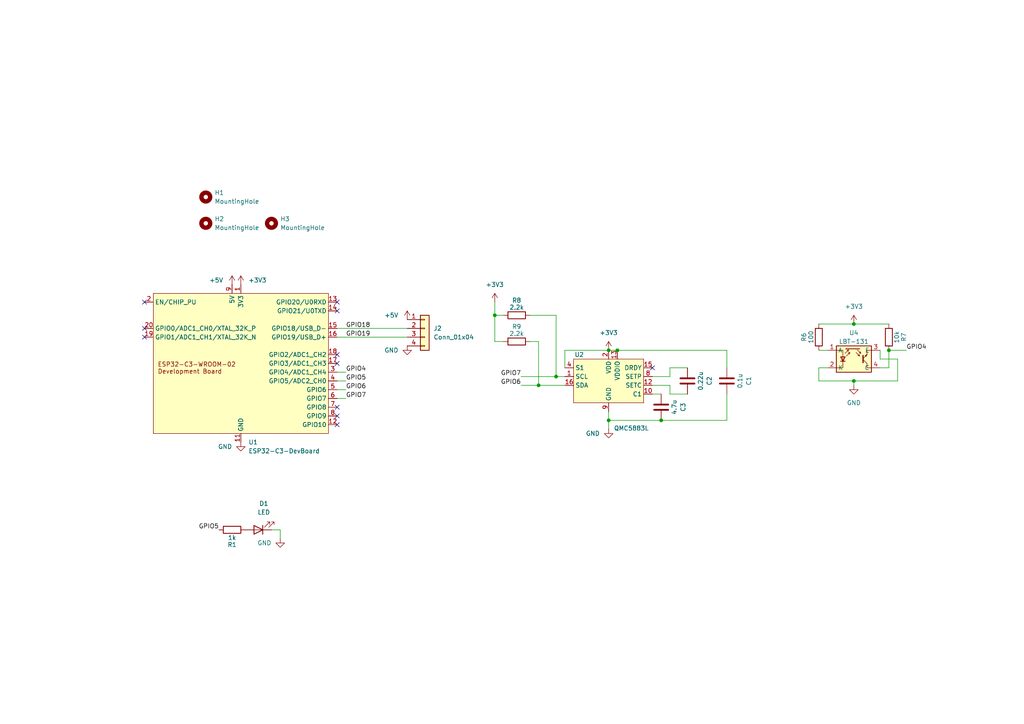
<source format=kicad_sch>
(kicad_sch
	(version 20250114)
	(generator "eeschema")
	(generator_version "9.0")
	(uuid "abab27e7-6ae3-4dc5-9d36-fb09bc5e84fb")
	(paper "A4")
	(lib_symbols
		(symbol "Connector_Generic:Conn_01x04"
			(pin_names
				(offset 1.016)
				(hide yes)
			)
			(exclude_from_sim no)
			(in_bom yes)
			(on_board yes)
			(property "Reference" "J"
				(at 0 5.08 0)
				(effects
					(font
						(size 1.27 1.27)
					)
				)
			)
			(property "Value" "Conn_01x04"
				(at 0 -7.62 0)
				(effects
					(font
						(size 1.27 1.27)
					)
				)
			)
			(property "Footprint" ""
				(at 0 0 0)
				(effects
					(font
						(size 1.27 1.27)
					)
					(hide yes)
				)
			)
			(property "Datasheet" "~"
				(at 0 0 0)
				(effects
					(font
						(size 1.27 1.27)
					)
					(hide yes)
				)
			)
			(property "Description" "Generic connector, single row, 01x04, script generated (kicad-library-utils/schlib/autogen/connector/)"
				(at 0 0 0)
				(effects
					(font
						(size 1.27 1.27)
					)
					(hide yes)
				)
			)
			(property "ki_keywords" "connector"
				(at 0 0 0)
				(effects
					(font
						(size 1.27 1.27)
					)
					(hide yes)
				)
			)
			(property "ki_fp_filters" "Connector*:*_1x??_*"
				(at 0 0 0)
				(effects
					(font
						(size 1.27 1.27)
					)
					(hide yes)
				)
			)
			(symbol "Conn_01x04_1_1"
				(rectangle
					(start -1.27 3.81)
					(end 1.27 -6.35)
					(stroke
						(width 0.254)
						(type default)
					)
					(fill
						(type background)
					)
				)
				(rectangle
					(start -1.27 2.667)
					(end 0 2.413)
					(stroke
						(width 0.1524)
						(type default)
					)
					(fill
						(type none)
					)
				)
				(rectangle
					(start -1.27 0.127)
					(end 0 -0.127)
					(stroke
						(width 0.1524)
						(type default)
					)
					(fill
						(type none)
					)
				)
				(rectangle
					(start -1.27 -2.413)
					(end 0 -2.667)
					(stroke
						(width 0.1524)
						(type default)
					)
					(fill
						(type none)
					)
				)
				(rectangle
					(start -1.27 -4.953)
					(end 0 -5.207)
					(stroke
						(width 0.1524)
						(type default)
					)
					(fill
						(type none)
					)
				)
				(pin passive line
					(at -5.08 2.54 0)
					(length 3.81)
					(name "Pin_1"
						(effects
							(font
								(size 1.27 1.27)
							)
						)
					)
					(number "1"
						(effects
							(font
								(size 1.27 1.27)
							)
						)
					)
				)
				(pin passive line
					(at -5.08 0 0)
					(length 3.81)
					(name "Pin_2"
						(effects
							(font
								(size 1.27 1.27)
							)
						)
					)
					(number "2"
						(effects
							(font
								(size 1.27 1.27)
							)
						)
					)
				)
				(pin passive line
					(at -5.08 -2.54 0)
					(length 3.81)
					(name "Pin_3"
						(effects
							(font
								(size 1.27 1.27)
							)
						)
					)
					(number "3"
						(effects
							(font
								(size 1.27 1.27)
							)
						)
					)
				)
				(pin passive line
					(at -5.08 -5.08 0)
					(length 3.81)
					(name "Pin_4"
						(effects
							(font
								(size 1.27 1.27)
							)
						)
					)
					(number "4"
						(effects
							(font
								(size 1.27 1.27)
							)
						)
					)
				)
			)
			(embedded_fonts no)
		)
		(symbol "Device:C"
			(pin_numbers
				(hide yes)
			)
			(pin_names
				(offset 0.254)
			)
			(exclude_from_sim no)
			(in_bom yes)
			(on_board yes)
			(property "Reference" "C"
				(at 0.635 2.54 0)
				(effects
					(font
						(size 1.27 1.27)
					)
					(justify left)
				)
			)
			(property "Value" "C"
				(at 0.635 -2.54 0)
				(effects
					(font
						(size 1.27 1.27)
					)
					(justify left)
				)
			)
			(property "Footprint" ""
				(at 0.9652 -3.81 0)
				(effects
					(font
						(size 1.27 1.27)
					)
					(hide yes)
				)
			)
			(property "Datasheet" "~"
				(at 0 0 0)
				(effects
					(font
						(size 1.27 1.27)
					)
					(hide yes)
				)
			)
			(property "Description" "Unpolarized capacitor"
				(at 0 0 0)
				(effects
					(font
						(size 1.27 1.27)
					)
					(hide yes)
				)
			)
			(property "ki_keywords" "cap capacitor"
				(at 0 0 0)
				(effects
					(font
						(size 1.27 1.27)
					)
					(hide yes)
				)
			)
			(property "ki_fp_filters" "C_*"
				(at 0 0 0)
				(effects
					(font
						(size 1.27 1.27)
					)
					(hide yes)
				)
			)
			(symbol "C_0_1"
				(polyline
					(pts
						(xy -2.032 0.762) (xy 2.032 0.762)
					)
					(stroke
						(width 0.508)
						(type default)
					)
					(fill
						(type none)
					)
				)
				(polyline
					(pts
						(xy -2.032 -0.762) (xy 2.032 -0.762)
					)
					(stroke
						(width 0.508)
						(type default)
					)
					(fill
						(type none)
					)
				)
			)
			(symbol "C_1_1"
				(pin passive line
					(at 0 3.81 270)
					(length 2.794)
					(name "~"
						(effects
							(font
								(size 1.27 1.27)
							)
						)
					)
					(number "1"
						(effects
							(font
								(size 1.27 1.27)
							)
						)
					)
				)
				(pin passive line
					(at 0 -3.81 90)
					(length 2.794)
					(name "~"
						(effects
							(font
								(size 1.27 1.27)
							)
						)
					)
					(number "2"
						(effects
							(font
								(size 1.27 1.27)
							)
						)
					)
				)
			)
			(embedded_fonts no)
		)
		(symbol "Device:LED"
			(pin_numbers
				(hide yes)
			)
			(pin_names
				(offset 1.016)
				(hide yes)
			)
			(exclude_from_sim no)
			(in_bom yes)
			(on_board yes)
			(property "Reference" "D"
				(at 0 2.54 0)
				(effects
					(font
						(size 1.27 1.27)
					)
				)
			)
			(property "Value" "LED"
				(at 0 -2.54 0)
				(effects
					(font
						(size 1.27 1.27)
					)
				)
			)
			(property "Footprint" ""
				(at 0 0 0)
				(effects
					(font
						(size 1.27 1.27)
					)
					(hide yes)
				)
			)
			(property "Datasheet" "~"
				(at 0 0 0)
				(effects
					(font
						(size 1.27 1.27)
					)
					(hide yes)
				)
			)
			(property "Description" "Light emitting diode"
				(at 0 0 0)
				(effects
					(font
						(size 1.27 1.27)
					)
					(hide yes)
				)
			)
			(property "Sim.Pins" "1=K 2=A"
				(at 0 0 0)
				(effects
					(font
						(size 1.27 1.27)
					)
					(hide yes)
				)
			)
			(property "ki_keywords" "LED diode"
				(at 0 0 0)
				(effects
					(font
						(size 1.27 1.27)
					)
					(hide yes)
				)
			)
			(property "ki_fp_filters" "LED* LED_SMD:* LED_THT:*"
				(at 0 0 0)
				(effects
					(font
						(size 1.27 1.27)
					)
					(hide yes)
				)
			)
			(symbol "LED_0_1"
				(polyline
					(pts
						(xy -3.048 -0.762) (xy -4.572 -2.286) (xy -3.81 -2.286) (xy -4.572 -2.286) (xy -4.572 -1.524)
					)
					(stroke
						(width 0)
						(type default)
					)
					(fill
						(type none)
					)
				)
				(polyline
					(pts
						(xy -1.778 -0.762) (xy -3.302 -2.286) (xy -2.54 -2.286) (xy -3.302 -2.286) (xy -3.302 -1.524)
					)
					(stroke
						(width 0)
						(type default)
					)
					(fill
						(type none)
					)
				)
				(polyline
					(pts
						(xy -1.27 0) (xy 1.27 0)
					)
					(stroke
						(width 0)
						(type default)
					)
					(fill
						(type none)
					)
				)
				(polyline
					(pts
						(xy -1.27 -1.27) (xy -1.27 1.27)
					)
					(stroke
						(width 0.254)
						(type default)
					)
					(fill
						(type none)
					)
				)
				(polyline
					(pts
						(xy 1.27 -1.27) (xy 1.27 1.27) (xy -1.27 0) (xy 1.27 -1.27)
					)
					(stroke
						(width 0.254)
						(type default)
					)
					(fill
						(type none)
					)
				)
			)
			(symbol "LED_1_1"
				(pin passive line
					(at -3.81 0 0)
					(length 2.54)
					(name "K"
						(effects
							(font
								(size 1.27 1.27)
							)
						)
					)
					(number "1"
						(effects
							(font
								(size 1.27 1.27)
							)
						)
					)
				)
				(pin passive line
					(at 3.81 0 180)
					(length 2.54)
					(name "A"
						(effects
							(font
								(size 1.27 1.27)
							)
						)
					)
					(number "2"
						(effects
							(font
								(size 1.27 1.27)
							)
						)
					)
				)
			)
			(embedded_fonts no)
		)
		(symbol "Device:R"
			(pin_numbers
				(hide yes)
			)
			(pin_names
				(offset 0)
			)
			(exclude_from_sim no)
			(in_bom yes)
			(on_board yes)
			(property "Reference" "R"
				(at 2.032 0 90)
				(effects
					(font
						(size 1.27 1.27)
					)
				)
			)
			(property "Value" "R"
				(at 0 0 90)
				(effects
					(font
						(size 1.27 1.27)
					)
				)
			)
			(property "Footprint" ""
				(at -1.778 0 90)
				(effects
					(font
						(size 1.27 1.27)
					)
					(hide yes)
				)
			)
			(property "Datasheet" "~"
				(at 0 0 0)
				(effects
					(font
						(size 1.27 1.27)
					)
					(hide yes)
				)
			)
			(property "Description" "Resistor"
				(at 0 0 0)
				(effects
					(font
						(size 1.27 1.27)
					)
					(hide yes)
				)
			)
			(property "ki_keywords" "R res resistor"
				(at 0 0 0)
				(effects
					(font
						(size 1.27 1.27)
					)
					(hide yes)
				)
			)
			(property "ki_fp_filters" "R_*"
				(at 0 0 0)
				(effects
					(font
						(size 1.27 1.27)
					)
					(hide yes)
				)
			)
			(symbol "R_0_1"
				(rectangle
					(start -1.016 -2.54)
					(end 1.016 2.54)
					(stroke
						(width 0.254)
						(type default)
					)
					(fill
						(type none)
					)
				)
			)
			(symbol "R_1_1"
				(pin passive line
					(at 0 3.81 270)
					(length 1.27)
					(name "~"
						(effects
							(font
								(size 1.27 1.27)
							)
						)
					)
					(number "1"
						(effects
							(font
								(size 1.27 1.27)
							)
						)
					)
				)
				(pin passive line
					(at 0 -3.81 90)
					(length 1.27)
					(name "~"
						(effects
							(font
								(size 1.27 1.27)
							)
						)
					)
					(number "2"
						(effects
							(font
								(size 1.27 1.27)
							)
						)
					)
				)
			)
			(embedded_fonts no)
		)
		(symbol "ESP32-C3-DevBoard:ESP32-C3-DevBoard"
			(exclude_from_sim yes)
			(in_bom yes)
			(on_board yes)
			(property "Reference" "U"
				(at -15.24 0 0)
				(effects
					(font
						(size 1.27 1.27)
					)
				)
			)
			(property "Value" "ESP32-C3-DevBoard"
				(at -15.24 -2.54 0)
				(effects
					(font
						(size 1.27 1.27)
					)
				)
			)
			(property "Footprint" "ESP32-C3-DevBoard:ESP32-C3-DevBoard"
				(at 0 0 0)
				(effects
					(font
						(size 1.27 1.27)
					)
					(hide yes)
				)
			)
			(property "Datasheet" "https://github.com/21km43/ESP32-C3-DevBoard"
				(at 0 0 0)
				(effects
					(font
						(size 1.27 1.27)
					)
					(hide yes)
				)
			)
			(property "Description" ""
				(at 0 0 0)
				(effects
					(font
						(size 1.27 1.27)
					)
					(hide yes)
				)
			)
			(symbol "ESP32-C3-DevBoard_0_1"
				(rectangle
					(start -25.4 -5.08)
					(end 25.4 -45.72)
					(stroke
						(width 0)
						(type default)
					)
					(fill
						(type background)
					)
				)
			)
			(symbol "ESP32-C3-DevBoard_1_0"
				(text "ESP32-C3-WROOM-02\nDevelopment Board"
					(at -24.13 -26.67 0)
					(effects
						(font
							(size 1.27 1.27)
						)
						(justify left)
					)
				)
			)
			(symbol "ESP32-C3-DevBoard_1_1"
				(pin input line
					(at -27.94 -7.62 0)
					(length 2.54)
					(name "EN/CHIP_PU"
						(effects
							(font
								(size 1.27 1.27)
							)
						)
					)
					(number "2"
						(effects
							(font
								(size 1.27 1.27)
							)
						)
					)
				)
				(pin bidirectional line
					(at -27.94 -15.24 0)
					(length 2.54)
					(name "GPIO0/ADC1_CH0/XTAL_32K_P"
						(effects
							(font
								(size 1.27 1.27)
							)
						)
					)
					(number "20"
						(effects
							(font
								(size 1.27 1.27)
							)
						)
					)
				)
				(pin bidirectional line
					(at -27.94 -17.78 0)
					(length 2.54)
					(name "GPIO1/ADC1_CH1/XTAL_32K_N"
						(effects
							(font
								(size 1.27 1.27)
							)
						)
					)
					(number "19"
						(effects
							(font
								(size 1.27 1.27)
							)
						)
					)
				)
				(pin bidirectional line
					(at -2.54 -2.54 270)
					(length 2.54)
					(name "5V"
						(effects
							(font
								(size 1.27 1.27)
							)
						)
					)
					(number "9"
						(effects
							(font
								(size 1.27 1.27)
							)
						)
					)
				)
				(pin power_in line
					(at 0 -2.54 270)
					(length 2.54)
					(name "3V3"
						(effects
							(font
								(size 1.27 1.27)
							)
						)
					)
					(number "1"
						(effects
							(font
								(size 1.27 1.27)
							)
						)
					)
				)
				(pin passive line
					(at 0 -48.26 90)
					(length 2.54)
					(hide yes)
					(name "GND"
						(effects
							(font
								(size 1.27 1.27)
							)
						)
					)
					(number "10"
						(effects
							(font
								(size 1.27 1.27)
							)
						)
					)
				)
				(pin power_in line
					(at 0 -48.26 90)
					(length 2.54)
					(name "GND"
						(effects
							(font
								(size 1.27 1.27)
							)
						)
					)
					(number "11"
						(effects
							(font
								(size 1.27 1.27)
							)
						)
					)
				)
				(pin bidirectional line
					(at 27.94 -7.62 180)
					(length 2.54)
					(name "GPIO20/U0RXD"
						(effects
							(font
								(size 1.27 1.27)
							)
						)
					)
					(number "13"
						(effects
							(font
								(size 1.27 1.27)
							)
						)
					)
				)
				(pin bidirectional line
					(at 27.94 -10.16 180)
					(length 2.54)
					(name "GPIO21/U0TXD"
						(effects
							(font
								(size 1.27 1.27)
							)
						)
					)
					(number "14"
						(effects
							(font
								(size 1.27 1.27)
							)
						)
					)
				)
				(pin bidirectional line
					(at 27.94 -15.24 180)
					(length 2.54)
					(name "GPIO18/USB_D-"
						(effects
							(font
								(size 1.27 1.27)
							)
						)
					)
					(number "15"
						(effects
							(font
								(size 1.27 1.27)
							)
						)
					)
				)
				(pin bidirectional line
					(at 27.94 -17.78 180)
					(length 2.54)
					(name "GPIO19/USB_D+"
						(effects
							(font
								(size 1.27 1.27)
							)
						)
					)
					(number "16"
						(effects
							(font
								(size 1.27 1.27)
							)
						)
					)
				)
				(pin bidirectional line
					(at 27.94 -22.86 180)
					(length 2.54)
					(name "GPIO2/ADC1_CH2"
						(effects
							(font
								(size 1.27 1.27)
							)
						)
					)
					(number "18"
						(effects
							(font
								(size 1.27 1.27)
							)
						)
					)
				)
				(pin bidirectional line
					(at 27.94 -25.4 180)
					(length 2.54)
					(name "GPIO3/ADC1_CH3"
						(effects
							(font
								(size 1.27 1.27)
							)
						)
					)
					(number "17"
						(effects
							(font
								(size 1.27 1.27)
							)
						)
					)
				)
				(pin bidirectional line
					(at 27.94 -27.94 180)
					(length 2.54)
					(name "GPIO4/ADC1_CH4"
						(effects
							(font
								(size 1.27 1.27)
							)
						)
					)
					(number "3"
						(effects
							(font
								(size 1.27 1.27)
							)
						)
					)
				)
				(pin bidirectional line
					(at 27.94 -30.48 180)
					(length 2.54)
					(name "GPIO5/ADC2_CH0"
						(effects
							(font
								(size 1.27 1.27)
							)
						)
					)
					(number "4"
						(effects
							(font
								(size 1.27 1.27)
							)
						)
					)
				)
				(pin bidirectional line
					(at 27.94 -33.02 180)
					(length 2.54)
					(name "GPIO6"
						(effects
							(font
								(size 1.27 1.27)
							)
						)
					)
					(number "5"
						(effects
							(font
								(size 1.27 1.27)
							)
						)
					)
				)
				(pin bidirectional line
					(at 27.94 -35.56 180)
					(length 2.54)
					(name "GPIO7"
						(effects
							(font
								(size 1.27 1.27)
							)
						)
					)
					(number "6"
						(effects
							(font
								(size 1.27 1.27)
							)
						)
					)
				)
				(pin bidirectional line
					(at 27.94 -38.1 180)
					(length 2.54)
					(name "GPIO8"
						(effects
							(font
								(size 1.27 1.27)
							)
						)
					)
					(number "7"
						(effects
							(font
								(size 1.27 1.27)
							)
						)
					)
				)
				(pin bidirectional line
					(at 27.94 -40.64 180)
					(length 2.54)
					(name "GPIO9"
						(effects
							(font
								(size 1.27 1.27)
							)
						)
					)
					(number "8"
						(effects
							(font
								(size 1.27 1.27)
							)
						)
					)
				)
				(pin bidirectional line
					(at 27.94 -43.18 180)
					(length 2.54)
					(name "GPIO10"
						(effects
							(font
								(size 1.27 1.27)
							)
						)
					)
					(number "12"
						(effects
							(font
								(size 1.27 1.27)
							)
						)
					)
				)
			)
			(embedded_fonts no)
		)
		(symbol "GND_1"
			(power)
			(pin_numbers
				(hide yes)
			)
			(pin_names
				(offset 0)
				(hide yes)
			)
			(exclude_from_sim no)
			(in_bom yes)
			(on_board yes)
			(property "Reference" "#PWR"
				(at 0 -6.35 0)
				(effects
					(font
						(size 1.27 1.27)
					)
					(hide yes)
				)
			)
			(property "Value" "GND"
				(at 0 -3.81 0)
				(effects
					(font
						(size 1.27 1.27)
					)
				)
			)
			(property "Footprint" ""
				(at 0 0 0)
				(effects
					(font
						(size 1.27 1.27)
					)
					(hide yes)
				)
			)
			(property "Datasheet" ""
				(at 0 0 0)
				(effects
					(font
						(size 1.27 1.27)
					)
					(hide yes)
				)
			)
			(property "Description" "Power symbol creates a global label with name \"GND\" , ground"
				(at 0 0 0)
				(effects
					(font
						(size 1.27 1.27)
					)
					(hide yes)
				)
			)
			(property "ki_keywords" "global power"
				(at 0 0 0)
				(effects
					(font
						(size 1.27 1.27)
					)
					(hide yes)
				)
			)
			(symbol "GND_1_0_1"
				(polyline
					(pts
						(xy 0 0) (xy 0 -1.27) (xy 1.27 -1.27) (xy 0 -2.54) (xy -1.27 -1.27) (xy 0 -1.27)
					)
					(stroke
						(width 0)
						(type default)
					)
					(fill
						(type none)
					)
				)
			)
			(symbol "GND_1_1_1"
				(pin power_in line
					(at 0 0 270)
					(length 0)
					(name "~"
						(effects
							(font
								(size 1.27 1.27)
							)
						)
					)
					(number "1"
						(effects
							(font
								(size 1.27 1.27)
							)
						)
					)
				)
			)
			(embedded_fonts no)
		)
		(symbol "GND_2"
			(power)
			(pin_numbers
				(hide yes)
			)
			(pin_names
				(offset 0)
				(hide yes)
			)
			(exclude_from_sim no)
			(in_bom yes)
			(on_board yes)
			(property "Reference" "#PWR"
				(at 0 -6.35 0)
				(effects
					(font
						(size 1.27 1.27)
					)
					(hide yes)
				)
			)
			(property "Value" "GND"
				(at 0 -3.81 0)
				(effects
					(font
						(size 1.27 1.27)
					)
				)
			)
			(property "Footprint" ""
				(at 0 0 0)
				(effects
					(font
						(size 1.27 1.27)
					)
					(hide yes)
				)
			)
			(property "Datasheet" ""
				(at 0 0 0)
				(effects
					(font
						(size 1.27 1.27)
					)
					(hide yes)
				)
			)
			(property "Description" "Power symbol creates a global label with name \"GND\" , ground"
				(at 0 0 0)
				(effects
					(font
						(size 1.27 1.27)
					)
					(hide yes)
				)
			)
			(property "ki_keywords" "global power"
				(at 0 0 0)
				(effects
					(font
						(size 1.27 1.27)
					)
					(hide yes)
				)
			)
			(symbol "GND_2_0_1"
				(polyline
					(pts
						(xy 0 0) (xy 0 -1.27) (xy 1.27 -1.27) (xy 0 -2.54) (xy -1.27 -1.27) (xy 0 -1.27)
					)
					(stroke
						(width 0)
						(type default)
					)
					(fill
						(type none)
					)
				)
			)
			(symbol "GND_2_1_1"
				(pin power_in line
					(at 0 0 270)
					(length 0)
					(name "~"
						(effects
							(font
								(size 1.27 1.27)
							)
						)
					)
					(number "1"
						(effects
							(font
								(size 1.27 1.27)
							)
						)
					)
				)
			)
			(embedded_fonts no)
		)
		(symbol "GND_3"
			(power)
			(pin_numbers
				(hide yes)
			)
			(pin_names
				(offset 0)
				(hide yes)
			)
			(exclude_from_sim no)
			(in_bom yes)
			(on_board yes)
			(property "Reference" "#PWR"
				(at 0 -6.35 0)
				(effects
					(font
						(size 1.27 1.27)
					)
					(hide yes)
				)
			)
			(property "Value" "GND"
				(at 0 -3.81 0)
				(effects
					(font
						(size 1.27 1.27)
					)
				)
			)
			(property "Footprint" ""
				(at 0 0 0)
				(effects
					(font
						(size 1.27 1.27)
					)
					(hide yes)
				)
			)
			(property "Datasheet" ""
				(at 0 0 0)
				(effects
					(font
						(size 1.27 1.27)
					)
					(hide yes)
				)
			)
			(property "Description" "Power symbol creates a global label with name \"GND\" , ground"
				(at 0 0 0)
				(effects
					(font
						(size 1.27 1.27)
					)
					(hide yes)
				)
			)
			(property "ki_keywords" "global power"
				(at 0 0 0)
				(effects
					(font
						(size 1.27 1.27)
					)
					(hide yes)
				)
			)
			(symbol "GND_3_0_1"
				(polyline
					(pts
						(xy 0 0) (xy 0 -1.27) (xy 1.27 -1.27) (xy 0 -2.54) (xy -1.27 -1.27) (xy 0 -1.27)
					)
					(stroke
						(width 0)
						(type default)
					)
					(fill
						(type none)
					)
				)
			)
			(symbol "GND_3_1_1"
				(pin power_in line
					(at 0 0 270)
					(length 0)
					(name "~"
						(effects
							(font
								(size 1.27 1.27)
							)
						)
					)
					(number "1"
						(effects
							(font
								(size 1.27 1.27)
							)
						)
					)
				)
			)
			(embedded_fonts no)
		)
		(symbol "GND_4"
			(power)
			(pin_numbers
				(hide yes)
			)
			(pin_names
				(offset 0)
				(hide yes)
			)
			(exclude_from_sim no)
			(in_bom yes)
			(on_board yes)
			(property "Reference" "#PWR"
				(at 0 -6.35 0)
				(effects
					(font
						(size 1.27 1.27)
					)
					(hide yes)
				)
			)
			(property "Value" "GND"
				(at 0 -3.81 0)
				(effects
					(font
						(size 1.27 1.27)
					)
				)
			)
			(property "Footprint" ""
				(at 0 0 0)
				(effects
					(font
						(size 1.27 1.27)
					)
					(hide yes)
				)
			)
			(property "Datasheet" ""
				(at 0 0 0)
				(effects
					(font
						(size 1.27 1.27)
					)
					(hide yes)
				)
			)
			(property "Description" "Power symbol creates a global label with name \"GND\" , ground"
				(at 0 0 0)
				(effects
					(font
						(size 1.27 1.27)
					)
					(hide yes)
				)
			)
			(property "ki_keywords" "global power"
				(at 0 0 0)
				(effects
					(font
						(size 1.27 1.27)
					)
					(hide yes)
				)
			)
			(symbol "GND_4_0_1"
				(polyline
					(pts
						(xy 0 0) (xy 0 -1.27) (xy 1.27 -1.27) (xy 0 -2.54) (xy -1.27 -1.27) (xy 0 -1.27)
					)
					(stroke
						(width 0)
						(type default)
					)
					(fill
						(type none)
					)
				)
			)
			(symbol "GND_4_1_1"
				(pin power_in line
					(at 0 0 270)
					(length 0)
					(name "~"
						(effects
							(font
								(size 1.27 1.27)
							)
						)
					)
					(number "1"
						(effects
							(font
								(size 1.27 1.27)
							)
						)
					)
				)
			)
			(embedded_fonts no)
		)
		(symbol "LBT-131:LBT-131"
			(exclude_from_sim no)
			(in_bom yes)
			(on_board yes)
			(property "Reference" "U"
				(at 0 5.334 0)
				(effects
					(font
						(size 1.27 1.27)
					)
				)
			)
			(property "Value" "LBT-131"
				(at 0 -5.334 0)
				(effects
					(font
						(size 1.27 1.27)
					)
				)
			)
			(property "Footprint" "LBT-131:LBT-131"
				(at 0 7.366 0)
				(effects
					(font
						(size 1.27 1.27)
					)
					(hide yes)
				)
			)
			(property "Datasheet" "https://akizukidenshi.com/goodsaffix/lbt131.pdf"
				(at 0 7.62 0)
				(effects
					(font
						(size 1.27 1.27)
					)
					(hide yes)
				)
			)
			(property "Description" "Photointerrupter"
				(at 0 7.366 0)
				(effects
					(font
						(size 1.27 1.27)
					)
					(hide yes)
				)
			)
			(symbol "LBT-131_0_1"
				(polyline
					(pts
						(xy -5.08 -2.54) (xy -3.175 -2.54) (xy -3.175 2.54) (xy -5.08 2.54)
					)
					(stroke
						(width 0)
						(type default)
					)
					(fill
						(type none)
					)
				)
				(polyline
					(pts
						(xy -5.08 -3.81) (xy 5.08 -3.81) (xy 5.08 3.81) (xy -5.08 3.81) (xy -5.08 -3.81)
					)
					(stroke
						(width 0.254)
						(type default)
					)
					(fill
						(type background)
					)
				)
				(polyline
					(pts
						(xy -3.81 -0.635) (xy -2.54 -0.635)
					)
					(stroke
						(width 0.254)
						(type default)
					)
					(fill
						(type none)
					)
				)
				(polyline
					(pts
						(xy -3.175 -0.635) (xy -3.81 0.635) (xy -2.54 0.635) (xy -3.175 -0.635)
					)
					(stroke
						(width 0.254)
						(type default)
					)
					(fill
						(type none)
					)
				)
				(polyline
					(pts
						(xy -2.54 1.651) (xy -1.524 2.667) (xy -2.032 2.54)
					)
					(stroke
						(width 0)
						(type default)
					)
					(fill
						(type none)
					)
				)
				(polyline
					(pts
						(xy -2.286 2.921) (xy -2.032 3.175)
					)
					(stroke
						(width 0)
						(type default)
					)
					(fill
						(type none)
					)
				)
				(polyline
					(pts
						(xy -2.159 0.889) (xy -1.143 1.905) (xy -1.651 1.778)
					)
					(stroke
						(width 0)
						(type default)
					)
					(fill
						(type none)
					)
				)
				(polyline
					(pts
						(xy -1.778 2.921) (xy -1.524 3.175)
					)
					(stroke
						(width 0)
						(type default)
					)
					(fill
						(type none)
					)
				)
				(polyline
					(pts
						(xy -1.524 2.667) (xy -1.651 2.159)
					)
					(stroke
						(width 0)
						(type default)
					)
					(fill
						(type none)
					)
				)
				(polyline
					(pts
						(xy -1.27 2.921) (xy -1.016 3.175)
					)
					(stroke
						(width 0)
						(type default)
					)
					(fill
						(type none)
					)
				)
				(polyline
					(pts
						(xy -1.143 1.905) (xy -1.27 1.397)
					)
					(stroke
						(width 0)
						(type default)
					)
					(fill
						(type none)
					)
				)
				(polyline
					(pts
						(xy -0.762 2.921) (xy -0.508 3.175)
					)
					(stroke
						(width 0)
						(type default)
					)
					(fill
						(type none)
					)
				)
				(polyline
					(pts
						(xy -0.254 2.921) (xy 0 3.175)
					)
					(stroke
						(width 0)
						(type default)
					)
					(fill
						(type none)
					)
				)
				(polyline
					(pts
						(xy 0.254 2.921) (xy 0.508 3.175)
					)
					(stroke
						(width 0)
						(type default)
					)
					(fill
						(type none)
					)
				)
				(polyline
					(pts
						(xy 0.635 1.905) (xy 1.651 0.889) (xy 1.524 1.397)
					)
					(stroke
						(width 0)
						(type default)
					)
					(fill
						(type none)
					)
				)
				(polyline
					(pts
						(xy 0.762 2.921) (xy 1.016 3.175)
					)
					(stroke
						(width 0)
						(type default)
					)
					(fill
						(type none)
					)
				)
				(polyline
					(pts
						(xy 1.016 2.667) (xy 2.032 1.651) (xy 1.905 2.159)
					)
					(stroke
						(width 0)
						(type default)
					)
					(fill
						(type none)
					)
				)
				(polyline
					(pts
						(xy 1.27 2.921) (xy 1.524 3.175)
					)
					(stroke
						(width 0)
						(type default)
					)
					(fill
						(type none)
					)
				)
				(polyline
					(pts
						(xy 1.651 0.889) (xy 1.143 1.016)
					)
					(stroke
						(width 0)
						(type default)
					)
					(fill
						(type none)
					)
				)
				(polyline
					(pts
						(xy 1.778 2.921) (xy -2.413 2.921)
					)
					(stroke
						(width 0)
						(type default)
					)
					(fill
						(type none)
					)
				)
				(polyline
					(pts
						(xy 2.032 1.651) (xy 1.524 1.778)
					)
					(stroke
						(width 0)
						(type default)
					)
					(fill
						(type none)
					)
				)
				(polyline
					(pts
						(xy 2.667 1.016) (xy 2.667 -1.016) (xy 2.667 -1.016)
					)
					(stroke
						(width 0.3556)
						(type default)
					)
					(fill
						(type none)
					)
				)
				(polyline
					(pts
						(xy 2.667 0.127) (xy 3.81 1.27)
					)
					(stroke
						(width 0)
						(type default)
					)
					(fill
						(type none)
					)
				)
				(polyline
					(pts
						(xy 2.667 -0.127) (xy 3.81 -1.27)
					)
					(stroke
						(width 0)
						(type default)
					)
					(fill
						(type none)
					)
				)
				(polyline
					(pts
						(xy 3.81 1.27) (xy 3.81 2.54) (xy 5.08 2.54)
					)
					(stroke
						(width 0)
						(type default)
					)
					(fill
						(type none)
					)
				)
				(polyline
					(pts
						(xy 3.81 1.27) (xy 3.302 1.016) (xy 3.556 0.762) (xy 3.81 1.27)
					)
					(stroke
						(width 0)
						(type default)
					)
					(fill
						(type none)
					)
				)
				(polyline
					(pts
						(xy 3.81 -1.27) (xy 3.81 -2.54) (xy 5.08 -2.54)
					)
					(stroke
						(width 0)
						(type default)
					)
					(fill
						(type none)
					)
				)
			)
			(symbol "LBT-131_1_1"
				(pin passive line
					(at -7.62 2.54 0)
					(length 2.54)
					(name "A"
						(effects
							(font
								(size 1.27 1.27)
							)
						)
					)
					(number "1"
						(effects
							(font
								(size 1.27 1.27)
							)
						)
					)
				)
				(pin passive line
					(at -7.62 -2.54 0)
					(length 2.54)
					(name "K"
						(effects
							(font
								(size 1.27 1.27)
							)
						)
					)
					(number "2"
						(effects
							(font
								(size 1.27 1.27)
							)
						)
					)
				)
				(pin open_emitter line
					(at 7.62 2.54 180)
					(length 2.54)
					(name "E"
						(effects
							(font
								(size 1.27 1.27)
							)
						)
					)
					(number "3"
						(effects
							(font
								(size 1.27 1.27)
							)
						)
					)
				)
				(pin open_collector line
					(at 7.62 -2.54 180)
					(length 2.54)
					(name "C"
						(effects
							(font
								(size 1.27 1.27)
							)
						)
					)
					(number "4"
						(effects
							(font
								(size 1.27 1.27)
							)
						)
					)
				)
			)
			(embedded_fonts no)
		)
		(symbol "Mechanical:MountingHole"
			(pin_names
				(offset 1.016)
			)
			(exclude_from_sim no)
			(in_bom yes)
			(on_board yes)
			(property "Reference" "H"
				(at 0 5.08 0)
				(effects
					(font
						(size 1.27 1.27)
					)
				)
			)
			(property "Value" "MountingHole"
				(at 0 3.175 0)
				(effects
					(font
						(size 1.27 1.27)
					)
				)
			)
			(property "Footprint" ""
				(at 0 0 0)
				(effects
					(font
						(size 1.27 1.27)
					)
					(hide yes)
				)
			)
			(property "Datasheet" "~"
				(at 0 0 0)
				(effects
					(font
						(size 1.27 1.27)
					)
					(hide yes)
				)
			)
			(property "Description" "Mounting Hole without connection"
				(at 0 0 0)
				(effects
					(font
						(size 1.27 1.27)
					)
					(hide yes)
				)
			)
			(property "ki_keywords" "mounting hole"
				(at 0 0 0)
				(effects
					(font
						(size 1.27 1.27)
					)
					(hide yes)
				)
			)
			(property "ki_fp_filters" "MountingHole*"
				(at 0 0 0)
				(effects
					(font
						(size 1.27 1.27)
					)
					(hide yes)
				)
			)
			(symbol "MountingHole_0_1"
				(circle
					(center 0 0)
					(radius 1.27)
					(stroke
						(width 1.27)
						(type default)
					)
					(fill
						(type none)
					)
				)
			)
			(embedded_fonts no)
		)
		(symbol "QMC5883L:QMC5883L"
			(exclude_from_sim yes)
			(in_bom yes)
			(on_board yes)
			(property "Reference" "U"
				(at -8.128 7.62 0)
				(effects
					(font
						(size 1.27 1.27)
					)
				)
			)
			(property "Value" "QMC5883L"
				(at 6.096 -8.128 0)
				(effects
					(font
						(size 1.27 1.27)
					)
				)
			)
			(property "Footprint" "Package_LGA:LGA-16_3x3mm_P0.5mm"
				(at -0.254 -21.336 0)
				(effects
					(font
						(size 1.27 1.27)
					)
					(hide yes)
				)
			)
			(property "Datasheet" "https://wmsc.lcsc.com/wmsc/upload/file/pdf/v2/lcsc/2012221837_QST-QMC5883L_C976032.pdf"
				(at 0 -21.336 0)
				(effects
					(font
						(size 1.27 1.27)
					)
					(hide yes)
				)
			)
			(property "Description" "LGA-16(3x3)  Hall Sensor ROHS"
				(at 0 -21.336 0)
				(effects
					(font
						(size 1.27 1.27)
					)
					(hide yes)
				)
			)
			(property "ki_keywords" "LGA-16(3x3)  Hall Sensor ROHS"
				(at 0 0 0)
				(effects
					(font
						(size 1.27 1.27)
					)
					(hide yes)
				)
			)
			(symbol "QMC5883L_1_1"
				(rectangle
					(start -10.16 6.35)
					(end 10.16 -6.35)
					(stroke
						(width 0)
						(type default)
					)
					(fill
						(type background)
					)
				)
				(pin input line
					(at -12.7 3.81 0)
					(length 2.54)
					(name "S1"
						(effects
							(font
								(size 1.27 1.27)
							)
						)
					)
					(number "4"
						(effects
							(font
								(size 1.27 1.27)
							)
						)
					)
				)
				(pin input line
					(at -12.7 1.27 0)
					(length 2.54)
					(name "SCL"
						(effects
							(font
								(size 1.27 1.27)
							)
						)
					)
					(number "1"
						(effects
							(font
								(size 1.27 1.27)
							)
						)
					)
				)
				(pin input line
					(at -12.7 -1.27 0)
					(length 2.54)
					(name "SDA"
						(effects
							(font
								(size 1.27 1.27)
							)
						)
					)
					(number "16"
						(effects
							(font
								(size 1.27 1.27)
							)
						)
					)
				)
				(pin power_in line
					(at 0 8.89 270)
					(length 2.54)
					(name "VDD"
						(effects
							(font
								(size 1.27 1.27)
							)
						)
					)
					(number "2"
						(effects
							(font
								(size 1.27 1.27)
							)
						)
					)
				)
				(pin power_in line
					(at 0 -8.89 90)
					(length 2.54)
					(hide yes)
					(name "GND"
						(effects
							(font
								(size 1.27 1.27)
							)
						)
					)
					(number "11"
						(effects
							(font
								(size 1.27 1.27)
							)
						)
					)
				)
				(pin power_in line
					(at 0 -8.89 90)
					(length 2.54)
					(name "GND"
						(effects
							(font
								(size 1.27 1.27)
							)
						)
					)
					(number "9"
						(effects
							(font
								(size 1.27 1.27)
							)
						)
					)
				)
				(pin power_in line
					(at 2.54 8.89 270)
					(length 2.54)
					(name "VDDIO"
						(effects
							(font
								(size 1.27 1.27)
							)
						)
					)
					(number "13"
						(effects
							(font
								(size 1.27 1.27)
							)
						)
					)
				)
				(pin no_connect line
					(at 3.81 -8.89 90)
					(length 2.54)
					(hide yes)
					(name "NC"
						(effects
							(font
								(size 1.27 1.27)
							)
						)
					)
					(number "3"
						(effects
							(font
								(size 1.27 1.27)
							)
						)
					)
				)
				(pin no_connect line
					(at 5.08 -8.89 90)
					(length 2.54)
					(hide yes)
					(name "NC"
						(effects
							(font
								(size 1.27 1.27)
							)
						)
					)
					(number "7"
						(effects
							(font
								(size 1.27 1.27)
							)
						)
					)
				)
				(pin no_connect line
					(at 6.35 -8.89 90)
					(length 2.54)
					(hide yes)
					(name "NC"
						(effects
							(font
								(size 1.27 1.27)
							)
						)
					)
					(number "6"
						(effects
							(font
								(size 1.27 1.27)
							)
						)
					)
				)
				(pin no_connect line
					(at 7.62 -8.89 90)
					(length 2.54)
					(hide yes)
					(name "NC"
						(effects
							(font
								(size 1.27 1.27)
							)
						)
					)
					(number "14"
						(effects
							(font
								(size 1.27 1.27)
							)
						)
					)
				)
				(pin no_connect line
					(at 8.89 -8.89 90)
					(length 2.54)
					(hide yes)
					(name "NC"
						(effects
							(font
								(size 1.27 1.27)
							)
						)
					)
					(number "5"
						(effects
							(font
								(size 1.27 1.27)
							)
						)
					)
				)
				(pin output line
					(at 12.7 3.81 180)
					(length 2.54)
					(name "DRDY"
						(effects
							(font
								(size 1.27 1.27)
							)
						)
					)
					(number "15"
						(effects
							(font
								(size 1.27 1.27)
							)
						)
					)
				)
				(pin bidirectional line
					(at 12.7 1.27 180)
					(length 2.54)
					(name "SETP"
						(effects
							(font
								(size 1.27 1.27)
							)
						)
					)
					(number "8"
						(effects
							(font
								(size 1.27 1.27)
							)
						)
					)
				)
				(pin bidirectional line
					(at 12.7 -1.27 180)
					(length 2.54)
					(name "SETC"
						(effects
							(font
								(size 1.27 1.27)
							)
						)
					)
					(number "12"
						(effects
							(font
								(size 1.27 1.27)
							)
						)
					)
				)
				(pin input line
					(at 12.7 -3.81 180)
					(length 2.54)
					(name "C1"
						(effects
							(font
								(size 1.27 1.27)
							)
						)
					)
					(number "10"
						(effects
							(font
								(size 1.27 1.27)
							)
						)
					)
				)
			)
			(embedded_fonts no)
		)
		(symbol "power:+3V3"
			(power)
			(pin_numbers
				(hide yes)
			)
			(pin_names
				(offset 0)
				(hide yes)
			)
			(exclude_from_sim no)
			(in_bom yes)
			(on_board yes)
			(property "Reference" "#PWR"
				(at 0 -3.81 0)
				(effects
					(font
						(size 1.27 1.27)
					)
					(hide yes)
				)
			)
			(property "Value" "+3V3"
				(at 0 3.556 0)
				(effects
					(font
						(size 1.27 1.27)
					)
				)
			)
			(property "Footprint" ""
				(at 0 0 0)
				(effects
					(font
						(size 1.27 1.27)
					)
					(hide yes)
				)
			)
			(property "Datasheet" ""
				(at 0 0 0)
				(effects
					(font
						(size 1.27 1.27)
					)
					(hide yes)
				)
			)
			(property "Description" "Power symbol creates a global label with name \"+3V3\""
				(at 0 0 0)
				(effects
					(font
						(size 1.27 1.27)
					)
					(hide yes)
				)
			)
			(property "ki_keywords" "global power"
				(at 0 0 0)
				(effects
					(font
						(size 1.27 1.27)
					)
					(hide yes)
				)
			)
			(symbol "+3V3_0_1"
				(polyline
					(pts
						(xy -0.762 1.27) (xy 0 2.54)
					)
					(stroke
						(width 0)
						(type default)
					)
					(fill
						(type none)
					)
				)
				(polyline
					(pts
						(xy 0 2.54) (xy 0.762 1.27)
					)
					(stroke
						(width 0)
						(type default)
					)
					(fill
						(type none)
					)
				)
				(polyline
					(pts
						(xy 0 0) (xy 0 2.54)
					)
					(stroke
						(width 0)
						(type default)
					)
					(fill
						(type none)
					)
				)
			)
			(symbol "+3V3_1_1"
				(pin power_in line
					(at 0 0 90)
					(length 0)
					(name "~"
						(effects
							(font
								(size 1.27 1.27)
							)
						)
					)
					(number "1"
						(effects
							(font
								(size 1.27 1.27)
							)
						)
					)
				)
			)
			(embedded_fonts no)
		)
		(symbol "power:+5V"
			(power)
			(pin_numbers
				(hide yes)
			)
			(pin_names
				(offset 0)
				(hide yes)
			)
			(exclude_from_sim no)
			(in_bom yes)
			(on_board yes)
			(property "Reference" "#PWR"
				(at 0 -3.81 0)
				(effects
					(font
						(size 1.27 1.27)
					)
					(hide yes)
				)
			)
			(property "Value" "+5V"
				(at 0 3.556 0)
				(effects
					(font
						(size 1.27 1.27)
					)
				)
			)
			(property "Footprint" ""
				(at 0 0 0)
				(effects
					(font
						(size 1.27 1.27)
					)
					(hide yes)
				)
			)
			(property "Datasheet" ""
				(at 0 0 0)
				(effects
					(font
						(size 1.27 1.27)
					)
					(hide yes)
				)
			)
			(property "Description" "Power symbol creates a global label with name \"+5V\""
				(at 0 0 0)
				(effects
					(font
						(size 1.27 1.27)
					)
					(hide yes)
				)
			)
			(property "ki_keywords" "global power"
				(at 0 0 0)
				(effects
					(font
						(size 1.27 1.27)
					)
					(hide yes)
				)
			)
			(symbol "+5V_0_1"
				(polyline
					(pts
						(xy -0.762 1.27) (xy 0 2.54)
					)
					(stroke
						(width 0)
						(type default)
					)
					(fill
						(type none)
					)
				)
				(polyline
					(pts
						(xy 0 2.54) (xy 0.762 1.27)
					)
					(stroke
						(width 0)
						(type default)
					)
					(fill
						(type none)
					)
				)
				(polyline
					(pts
						(xy 0 0) (xy 0 2.54)
					)
					(stroke
						(width 0)
						(type default)
					)
					(fill
						(type none)
					)
				)
			)
			(symbol "+5V_1_1"
				(pin power_in line
					(at 0 0 90)
					(length 0)
					(name "~"
						(effects
							(font
								(size 1.27 1.27)
							)
						)
					)
					(number "1"
						(effects
							(font
								(size 1.27 1.27)
							)
						)
					)
				)
			)
			(embedded_fonts no)
		)
		(symbol "power:GND"
			(power)
			(pin_numbers
				(hide yes)
			)
			(pin_names
				(offset 0)
				(hide yes)
			)
			(exclude_from_sim no)
			(in_bom yes)
			(on_board yes)
			(property "Reference" "#PWR"
				(at 0 -6.35 0)
				(effects
					(font
						(size 1.27 1.27)
					)
					(hide yes)
				)
			)
			(property "Value" "GND"
				(at 0 -3.81 0)
				(effects
					(font
						(size 1.27 1.27)
					)
				)
			)
			(property "Footprint" ""
				(at 0 0 0)
				(effects
					(font
						(size 1.27 1.27)
					)
					(hide yes)
				)
			)
			(property "Datasheet" ""
				(at 0 0 0)
				(effects
					(font
						(size 1.27 1.27)
					)
					(hide yes)
				)
			)
			(property "Description" "Power symbol creates a global label with name \"GND\" , ground"
				(at 0 0 0)
				(effects
					(font
						(size 1.27 1.27)
					)
					(hide yes)
				)
			)
			(property "ki_keywords" "global power"
				(at 0 0 0)
				(effects
					(font
						(size 1.27 1.27)
					)
					(hide yes)
				)
			)
			(symbol "GND_0_1"
				(polyline
					(pts
						(xy 0 0) (xy 0 -1.27) (xy 1.27 -1.27) (xy 0 -2.54) (xy -1.27 -1.27) (xy 0 -1.27)
					)
					(stroke
						(width 0)
						(type default)
					)
					(fill
						(type none)
					)
				)
			)
			(symbol "GND_1_1"
				(pin power_in line
					(at 0 0 270)
					(length 0)
					(name "~"
						(effects
							(font
								(size 1.27 1.27)
							)
						)
					)
					(number "1"
						(effects
							(font
								(size 1.27 1.27)
							)
						)
					)
				)
			)
			(embedded_fonts no)
		)
	)
	(junction
		(at 161.29 109.22)
		(diameter 0)
		(color 0 0 0 0)
		(uuid "06ad8b86-9cfb-4a3a-bb59-a154dee93968")
	)
	(junction
		(at 176.53 101.6)
		(diameter 0)
		(color 0 0 0 0)
		(uuid "0e6aeb98-9487-47e5-8a32-ea642edeaa7e")
	)
	(junction
		(at 191.77 121.92)
		(diameter 0)
		(color 0 0 0 0)
		(uuid "289d6228-fe52-49c4-be93-0baaab526548")
	)
	(junction
		(at 257.81 101.6)
		(diameter 0)
		(color 0 0 0 0)
		(uuid "2d67fba3-02a6-4bf7-9e1d-78266ae9a208")
	)
	(junction
		(at 247.65 93.98)
		(diameter 0)
		(color 0 0 0 0)
		(uuid "5175267c-154f-49ac-84e5-74d67a134f42")
	)
	(junction
		(at 156.21 111.76)
		(diameter 0)
		(color 0 0 0 0)
		(uuid "6920ea84-531f-4c14-bb37-a71bb8938723")
	)
	(junction
		(at 143.51 91.44)
		(diameter 0)
		(color 0 0 0 0)
		(uuid "82fb4413-5435-4682-8e44-13f0d455911e")
	)
	(junction
		(at 247.65 110.49)
		(diameter 0)
		(color 0 0 0 0)
		(uuid "95518f1d-5aa6-4b9a-93bf-51dd4fcbf511")
	)
	(junction
		(at 176.53 121.92)
		(diameter 0)
		(color 0 0 0 0)
		(uuid "b18ae17d-d028-4a9b-9cf9-9e59962914db")
	)
	(junction
		(at 179.07 101.6)
		(diameter 0)
		(color 0 0 0 0)
		(uuid "bf7308b4-f68b-47b7-a202-9e529bed7070")
	)
	(no_connect
		(at 189.23 106.68)
		(uuid "20e64012-ea96-450d-ab9e-c5d04e197a88")
	)
	(no_connect
		(at 41.91 97.79)
		(uuid "54777818-506e-45b3-8ffe-e49bf5512274")
	)
	(no_connect
		(at 97.79 105.41)
		(uuid "80a28974-87a6-4eef-9e2b-a7fa4f491b94")
	)
	(no_connect
		(at 97.79 87.63)
		(uuid "9c83e394-4073-481d-8fc4-dc7673307273")
	)
	(no_connect
		(at 97.79 120.65)
		(uuid "9c959d0f-b71f-4ce0-bf18-d44323f9fcf9")
	)
	(no_connect
		(at 41.91 95.25)
		(uuid "b270aba8-a08e-4414-b174-3f7d321ae964")
	)
	(no_connect
		(at 97.79 123.19)
		(uuid "c89a4390-c17e-4483-97eb-daf443edc90f")
	)
	(no_connect
		(at 97.79 102.87)
		(uuid "c9266c5c-9bd8-412f-85fc-96a54c25d606")
	)
	(no_connect
		(at 97.79 90.17)
		(uuid "d6ecdbb9-b0bf-450e-98cc-c5c07d2b2762")
	)
	(no_connect
		(at 97.79 118.11)
		(uuid "f7815e66-c4ed-4d5e-8e97-da9c0b9866aa")
	)
	(no_connect
		(at 41.91 87.63)
		(uuid "fe0ad5e2-7df1-416f-a6dc-e260e4b76e90")
	)
	(wire
		(pts
			(xy 151.13 109.22) (xy 161.29 109.22)
		)
		(stroke
			(width 0)
			(type default)
		)
		(uuid "0bd8af14-f6cc-45d7-9821-df08a1b57d29")
	)
	(wire
		(pts
			(xy 194.31 111.76) (xy 194.31 114.3)
		)
		(stroke
			(width 0)
			(type default)
		)
		(uuid "1888c760-3fa6-4c9c-b867-710e9fcfb6e2")
	)
	(wire
		(pts
			(xy 156.21 111.76) (xy 163.83 111.76)
		)
		(stroke
			(width 0)
			(type default)
		)
		(uuid "1b3a4dcc-ec60-4892-86d0-79065373ec0f")
	)
	(wire
		(pts
			(xy 194.31 114.3) (xy 199.39 114.3)
		)
		(stroke
			(width 0)
			(type default)
		)
		(uuid "1f13c68f-f53e-461d-8266-d3792e0c7195")
	)
	(wire
		(pts
			(xy 163.83 106.68) (xy 163.83 101.6)
		)
		(stroke
			(width 0)
			(type default)
		)
		(uuid "232db8d2-6b51-4125-a804-07883d177eb5")
	)
	(wire
		(pts
			(xy 176.53 121.92) (xy 176.53 119.38)
		)
		(stroke
			(width 0)
			(type default)
		)
		(uuid "26837009-2581-4f97-8ad1-604021807e53")
	)
	(wire
		(pts
			(xy 143.51 91.44) (xy 143.51 99.06)
		)
		(stroke
			(width 0)
			(type default)
		)
		(uuid "39343903-6b5b-44ef-ac7f-fb8b7a2bb8a6")
	)
	(wire
		(pts
			(xy 143.51 87.63) (xy 143.51 91.44)
		)
		(stroke
			(width 0)
			(type default)
		)
		(uuid "3ea9f4f1-b370-4c0e-9637-b967ff7cfe6e")
	)
	(wire
		(pts
			(xy 189.23 111.76) (xy 194.31 111.76)
		)
		(stroke
			(width 0)
			(type default)
		)
		(uuid "430881c2-2aa7-4d24-a93b-3351cced4574")
	)
	(wire
		(pts
			(xy 151.13 111.76) (xy 156.21 111.76)
		)
		(stroke
			(width 0)
			(type default)
		)
		(uuid "4382399a-7093-47fd-95ed-f3461f846f91")
	)
	(wire
		(pts
			(xy 161.29 91.44) (xy 161.29 109.22)
		)
		(stroke
			(width 0)
			(type default)
		)
		(uuid "48b96e99-16b4-4a22-a5f4-3c546314a8bc")
	)
	(wire
		(pts
			(xy 210.82 114.3) (xy 210.82 121.92)
		)
		(stroke
			(width 0)
			(type default)
		)
		(uuid "4ccfd86c-6030-4211-a0fa-e264b8bfa55c")
	)
	(wire
		(pts
			(xy 100.33 115.57) (xy 97.79 115.57)
		)
		(stroke
			(width 0)
			(type default)
		)
		(uuid "4ebe1bc8-dc7a-45b8-ad48-591a26050463")
	)
	(wire
		(pts
			(xy 176.53 101.6) (xy 179.07 101.6)
		)
		(stroke
			(width 0)
			(type default)
		)
		(uuid "505c20b1-8a9f-4bc9-a981-303adc9dbaa1")
	)
	(wire
		(pts
			(xy 153.67 99.06) (xy 156.21 99.06)
		)
		(stroke
			(width 0)
			(type default)
		)
		(uuid "526034d2-cd6b-4660-8370-f2cd3757cfc0")
	)
	(wire
		(pts
			(xy 176.53 121.92) (xy 191.77 121.92)
		)
		(stroke
			(width 0)
			(type default)
		)
		(uuid "568c4c79-8969-46f2-8f54-a81e77691cd6")
	)
	(wire
		(pts
			(xy 153.67 91.44) (xy 161.29 91.44)
		)
		(stroke
			(width 0)
			(type default)
		)
		(uuid "58490ad8-e552-4f39-915f-de6b1a6c6334")
	)
	(wire
		(pts
			(xy 247.65 93.98) (xy 237.49 93.98)
		)
		(stroke
			(width 0)
			(type default)
		)
		(uuid "5af61a7e-7f74-4458-964b-9b05f5da98a6")
	)
	(wire
		(pts
			(xy 179.07 101.6) (xy 210.82 101.6)
		)
		(stroke
			(width 0)
			(type default)
		)
		(uuid "6adad012-369d-4c5e-837a-30d8c7c66156")
	)
	(wire
		(pts
			(xy 176.53 124.46) (xy 176.53 121.92)
		)
		(stroke
			(width 0)
			(type default)
		)
		(uuid "741c6867-dfb4-4c98-9d13-bfeb627c1eaa")
	)
	(wire
		(pts
			(xy 118.11 95.25) (xy 97.79 95.25)
		)
		(stroke
			(width 0)
			(type default)
		)
		(uuid "789a8d0f-d080-4740-b511-c7ac1f239908")
	)
	(wire
		(pts
			(xy 100.33 110.49) (xy 97.79 110.49)
		)
		(stroke
			(width 0)
			(type default)
		)
		(uuid "79cdcf7a-c472-4552-a49c-0f90cbd5eb67")
	)
	(wire
		(pts
			(xy 100.33 107.95) (xy 97.79 107.95)
		)
		(stroke
			(width 0)
			(type default)
		)
		(uuid "7a735377-e215-4ca3-879a-8190e79fd8b7")
	)
	(wire
		(pts
			(xy 247.65 93.98) (xy 257.81 93.98)
		)
		(stroke
			(width 0)
			(type default)
		)
		(uuid "7da34e9e-07d4-4af4-aca2-aa5fe0209245")
	)
	(wire
		(pts
			(xy 247.65 110.49) (xy 237.49 110.49)
		)
		(stroke
			(width 0)
			(type default)
		)
		(uuid "7f3ea29a-cd73-4843-9ba3-c2d52df1f71b")
	)
	(wire
		(pts
			(xy 163.83 101.6) (xy 176.53 101.6)
		)
		(stroke
			(width 0)
			(type default)
		)
		(uuid "7fb38cae-66f1-4e7b-b339-822d90560205")
	)
	(wire
		(pts
			(xy 143.51 91.44) (xy 146.05 91.44)
		)
		(stroke
			(width 0)
			(type default)
		)
		(uuid "804da966-eccd-4182-8e40-a6e184728511")
	)
	(wire
		(pts
			(xy 194.31 106.68) (xy 199.39 106.68)
		)
		(stroke
			(width 0)
			(type default)
		)
		(uuid "889c3e06-31b2-4b21-bf69-b4e60bcc5a27")
	)
	(wire
		(pts
			(xy 260.35 104.14) (xy 260.35 110.49)
		)
		(stroke
			(width 0)
			(type default)
		)
		(uuid "88e96ee2-c245-465b-88aa-2f6b7cc86659")
	)
	(wire
		(pts
			(xy 100.33 113.03) (xy 97.79 113.03)
		)
		(stroke
			(width 0)
			(type default)
		)
		(uuid "92b70f84-9964-486f-aaa8-2e11fd6a43e3")
	)
	(wire
		(pts
			(xy 81.28 153.67) (xy 81.28 156.21)
		)
		(stroke
			(width 0)
			(type default)
		)
		(uuid "97fa9ba8-80c0-4a87-85d3-a098d32b1b82")
	)
	(wire
		(pts
			(xy 189.23 109.22) (xy 194.31 109.22)
		)
		(stroke
			(width 0)
			(type default)
		)
		(uuid "9933d655-c541-4a7f-9573-75116e904c4e")
	)
	(wire
		(pts
			(xy 161.29 109.22) (xy 163.83 109.22)
		)
		(stroke
			(width 0)
			(type default)
		)
		(uuid "a7e6e6fb-f172-4bca-88f8-f8afc4106321")
	)
	(wire
		(pts
			(xy 81.28 153.67) (xy 78.74 153.67)
		)
		(stroke
			(width 0)
			(type default)
		)
		(uuid "a8d428c6-1d0f-47b9-9df1-fe0ff012e1c4")
	)
	(wire
		(pts
			(xy 247.65 111.76) (xy 247.65 110.49)
		)
		(stroke
			(width 0)
			(type default)
		)
		(uuid "af774c5e-6110-4863-9b16-a26236aa90b5")
	)
	(wire
		(pts
			(xy 257.81 101.6) (xy 262.89 101.6)
		)
		(stroke
			(width 0)
			(type default)
		)
		(uuid "b10cfc11-5c99-407d-9a03-89c9aae2c189")
	)
	(wire
		(pts
			(xy 257.81 106.68) (xy 257.81 101.6)
		)
		(stroke
			(width 0)
			(type default)
		)
		(uuid "b6de272c-4835-4b45-b24a-90b0e653bed2")
	)
	(wire
		(pts
			(xy 237.49 110.49) (xy 237.49 106.68)
		)
		(stroke
			(width 0)
			(type default)
		)
		(uuid "bce8447f-1c93-46ef-9d84-7a01f676f344")
	)
	(wire
		(pts
			(xy 210.82 121.92) (xy 191.77 121.92)
		)
		(stroke
			(width 0)
			(type default)
		)
		(uuid "be882b9a-ef07-46b1-9a1a-93c861d70405")
	)
	(wire
		(pts
			(xy 191.77 114.3) (xy 189.23 114.3)
		)
		(stroke
			(width 0)
			(type default)
		)
		(uuid "c1f4d2be-2120-4794-843d-157a7fa2642a")
	)
	(wire
		(pts
			(xy 156.21 99.06) (xy 156.21 111.76)
		)
		(stroke
			(width 0)
			(type default)
		)
		(uuid "c48281a7-0ffb-4474-8d6d-6e247a3e933c")
	)
	(wire
		(pts
			(xy 255.27 106.68) (xy 257.81 106.68)
		)
		(stroke
			(width 0)
			(type default)
		)
		(uuid "c7d609b5-6cf9-4260-aa76-1694e7566c68")
	)
	(wire
		(pts
			(xy 237.49 106.68) (xy 240.03 106.68)
		)
		(stroke
			(width 0)
			(type default)
		)
		(uuid "c9686750-2463-4578-a55f-658d0397cd2d")
	)
	(wire
		(pts
			(xy 143.51 99.06) (xy 146.05 99.06)
		)
		(stroke
			(width 0)
			(type default)
		)
		(uuid "cae39789-cb2b-47ff-bba1-6b540dccf20b")
	)
	(wire
		(pts
			(xy 260.35 110.49) (xy 247.65 110.49)
		)
		(stroke
			(width 0)
			(type default)
		)
		(uuid "cda144d9-9948-47f7-975b-a3966be2764b")
	)
	(wire
		(pts
			(xy 255.27 101.6) (xy 255.27 104.14)
		)
		(stroke
			(width 0)
			(type default)
		)
		(uuid "ce364237-b801-48d1-95c2-d0223bb93bb9")
	)
	(wire
		(pts
			(xy 255.27 104.14) (xy 260.35 104.14)
		)
		(stroke
			(width 0)
			(type default)
		)
		(uuid "d1c2a4ee-6fae-4b72-9be9-1d99dbc4b0f5")
	)
	(wire
		(pts
			(xy 210.82 101.6) (xy 210.82 106.68)
		)
		(stroke
			(width 0)
			(type default)
		)
		(uuid "ec62b329-319d-42b0-986c-eed83e865659")
	)
	(wire
		(pts
			(xy 194.31 109.22) (xy 194.31 106.68)
		)
		(stroke
			(width 0)
			(type default)
		)
		(uuid "f227808f-656d-4620-93fb-31b9e6eab528")
	)
	(wire
		(pts
			(xy 118.11 97.79) (xy 97.79 97.79)
		)
		(stroke
			(width 0)
			(type default)
		)
		(uuid "f2c704be-8887-4acd-ba85-d1c67accb144")
	)
	(wire
		(pts
			(xy 237.49 101.6) (xy 240.03 101.6)
		)
		(stroke
			(width 0)
			(type default)
		)
		(uuid "fb7deae1-b27c-4515-bbf0-51edfd2d7105")
	)
	(label "GPIO7"
		(at 100.33 115.57 0)
		(effects
			(font
				(size 1.27 1.27)
			)
			(justify left bottom)
		)
		(uuid "2cc80ea9-6f33-404b-9601-eaabf75b8ca5")
	)
	(label "GPIO19"
		(at 100.33 97.79 0)
		(effects
			(font
				(size 1.27 1.27)
			)
			(justify left bottom)
		)
		(uuid "2d9393bb-0d86-4149-9f8d-d79fa4864fac")
	)
	(label "GPIO5"
		(at 100.33 110.49 0)
		(effects
			(font
				(size 1.27 1.27)
			)
			(justify left bottom)
		)
		(uuid "38692ed2-b134-4cdc-abfd-bc528bcd1a15")
	)
	(label "GPIO5"
		(at 63.5 153.67 180)
		(effects
			(font
				(size 1.27 1.27)
			)
			(justify right bottom)
		)
		(uuid "5ae18214-858f-4392-b933-65bf06160a3b")
	)
	(label "GPIO7"
		(at 151.13 109.22 180)
		(effects
			(font
				(size 1.27 1.27)
			)
			(justify right bottom)
		)
		(uuid "69ce35d6-5ee1-421a-b89c-9155f546c3bd")
	)
	(label "GPIO6"
		(at 100.33 113.03 0)
		(effects
			(font
				(size 1.27 1.27)
			)
			(justify left bottom)
		)
		(uuid "7c5b1bd9-6a72-42d8-8753-e330b12808f2")
	)
	(label "GPIO4"
		(at 262.89 101.6 0)
		(effects
			(font
				(size 1.27 1.27)
			)
			(justify left bottom)
		)
		(uuid "98ec91a3-ed4a-44fd-8cd2-debaa35e7b91")
	)
	(label "GPIO18"
		(at 100.33 95.25 0)
		(effects
			(font
				(size 1.27 1.27)
			)
			(justify left bottom)
		)
		(uuid "bb1810aa-a453-482c-b8a6-7fec478004da")
	)
	(label "GPIO4"
		(at 100.33 107.95 0)
		(effects
			(font
				(size 1.27 1.27)
			)
			(justify left bottom)
		)
		(uuid "e98fb5f6-51dd-423a-b5e4-1cf236da4e4c")
	)
	(label "GPIO6"
		(at 151.13 111.76 180)
		(effects
			(font
				(size 1.27 1.27)
			)
			(justify right bottom)
		)
		(uuid "f00f4a76-528e-4492-9734-4d292836955f")
	)
	(symbol
		(lib_id "Device:R")
		(at 67.31 153.67 270)
		(unit 1)
		(exclude_from_sim no)
		(in_bom yes)
		(on_board yes)
		(dnp no)
		(uuid "09be59dd-c932-487a-b6d1-b11d6290ba38")
		(property "Reference" "R1"
			(at 67.31 157.988 90)
			(effects
				(font
					(size 1.27 1.27)
				)
			)
		)
		(property "Value" "1k"
			(at 67.31 155.956 90)
			(effects
				(font
					(size 1.27 1.27)
				)
			)
		)
		(property "Footprint" "Resistor_THT:R_Axial_DIN0207_L6.3mm_D2.5mm_P7.62mm_Horizontal"
			(at 67.31 151.892 90)
			(effects
				(font
					(size 1.27 1.27)
				)
				(hide yes)
			)
		)
		(property "Datasheet" "~"
			(at 67.31 153.67 0)
			(effects
				(font
					(size 1.27 1.27)
				)
				(hide yes)
			)
		)
		(property "Description" "Resistor"
			(at 67.31 153.67 0)
			(effects
				(font
					(size 1.27 1.27)
				)
				(hide yes)
			)
		)
		(property "LCSC" "C11702"
			(at 67.31 153.67 90)
			(effects
				(font
					(size 1.27 1.27)
				)
				(hide yes)
			)
		)
		(pin "1"
			(uuid "bf847677-212c-4f0c-8c23-a5fbad86f7b7")
		)
		(pin "2"
			(uuid "fcf3da5e-b9f7-479d-ad68-aa9f6b353d5e")
		)
		(instances
			(project "Anemometer"
				(path "/abab27e7-6ae3-4dc5-9d36-fb09bc5e84fb"
					(reference "R1")
					(unit 1)
				)
			)
		)
	)
	(symbol
		(lib_id "ESP32-C3-DevBoard:ESP32-C3-DevBoard")
		(at 69.85 80.01 0)
		(unit 1)
		(exclude_from_sim no)
		(in_bom yes)
		(on_board yes)
		(dnp no)
		(fields_autoplaced yes)
		(uuid "14e92cf8-ec60-427e-a2b7-9e8482aa0066")
		(property "Reference" "U1"
			(at 72.0441 128.27 0)
			(effects
				(font
					(size 1.27 1.27)
				)
				(justify left)
			)
		)
		(property "Value" "ESP32-C3-DevBoard"
			(at 72.0441 130.81 0)
			(effects
				(font
					(size 1.27 1.27)
				)
				(justify left)
			)
		)
		(property "Footprint" "ESP32-C3-DevBoard:ESP32-C3-DevBoard"
			(at 69.85 80.01 0)
			(effects
				(font
					(size 1.27 1.27)
				)
				(hide yes)
			)
		)
		(property "Datasheet" "https://github.com/21km43/ESP32-C3-DevBoard"
			(at 69.85 80.01 0)
			(effects
				(font
					(size 1.27 1.27)
				)
				(hide yes)
			)
		)
		(property "Description" ""
			(at 69.85 80.01 0)
			(effects
				(font
					(size 1.27 1.27)
				)
				(hide yes)
			)
		)
		(pin "1"
			(uuid "55704677-b055-4710-b43f-d6591e2a42a8")
		)
		(pin "10"
			(uuid "31f8aeb7-5992-4d86-9dae-fd07da4952ad")
		)
		(pin "4"
			(uuid "95fd8edb-dcb1-4b9c-9a2d-e4bc29127186")
		)
		(pin "5"
			(uuid "549faf57-9d83-4346-93fe-203130c570c5")
		)
		(pin "6"
			(uuid "74ed69a7-5186-4aeb-9785-c07c0b8bc21f")
		)
		(pin "14"
			(uuid "e4ac9979-fe31-405b-83b1-10d912f7ee9a")
		)
		(pin "15"
			(uuid "59acdeec-2330-4826-845a-c8907f213757")
		)
		(pin "16"
			(uuid "d5af2250-be36-4928-8171-97a1b032b4aa")
		)
		(pin "8"
			(uuid "e83b8ca2-2d6a-464a-8dce-b2f960b8821e")
		)
		(pin "9"
			(uuid "028394dc-d59a-4fc0-a816-18ea6d96b2f2")
		)
		(pin "11"
			(uuid "e0c01927-1178-4e08-aaf5-04c60d6dd6b1")
		)
		(pin "12"
			(uuid "38b22649-8849-4ed5-b5af-01dadc1b3fed")
		)
		(pin "19"
			(uuid "36e838ae-cfd2-4ac5-9bbf-ef6b10ac0632")
		)
		(pin "20"
			(uuid "5a9afdbc-d375-45ec-8a8b-53281ba1a3eb")
		)
		(pin "3"
			(uuid "d5e74559-4371-4dcf-a7a4-359132b5abf4")
		)
		(pin "2"
			(uuid "bab6c120-7ecf-4840-bedb-afc178da747b")
		)
		(pin "7"
			(uuid "4569d225-e0b5-4982-a567-9491fdb7ef9d")
		)
		(pin "13"
			(uuid "9ed8a5e9-f038-40fe-960a-50918661dd68")
		)
		(pin "17"
			(uuid "b338329c-c785-4b12-a400-811c80e6ad0e")
		)
		(pin "18"
			(uuid "b1f68126-21df-4327-9644-9a8447e101a5")
		)
		(instances
			(project "Anemometer"
				(path "/abab27e7-6ae3-4dc5-9d36-fb09bc5e84fb"
					(reference "U1")
					(unit 1)
				)
			)
		)
	)
	(symbol
		(lib_name "GND_4")
		(lib_id "power:GND")
		(at 176.53 124.46 0)
		(mirror y)
		(unit 1)
		(exclude_from_sim no)
		(in_bom yes)
		(on_board yes)
		(dnp no)
		(uuid "1ff76a68-88bd-4038-b57a-6ba1a49085f1")
		(property "Reference" "#PWR010"
			(at 176.53 130.81 0)
			(effects
				(font
					(size 1.27 1.27)
				)
				(hide yes)
			)
		)
		(property "Value" "GND"
			(at 173.99 125.7299 0)
			(effects
				(font
					(size 1.27 1.27)
				)
				(justify left)
			)
		)
		(property "Footprint" ""
			(at 176.53 124.46 0)
			(effects
				(font
					(size 1.27 1.27)
				)
				(hide yes)
			)
		)
		(property "Datasheet" ""
			(at 176.53 124.46 0)
			(effects
				(font
					(size 1.27 1.27)
				)
				(hide yes)
			)
		)
		(property "Description" "Power symbol creates a global label with name \"GND\" , ground"
			(at 176.53 124.46 0)
			(effects
				(font
					(size 1.27 1.27)
				)
				(hide yes)
			)
		)
		(pin "1"
			(uuid "6eb84fb6-971e-4c05-9687-704e36d4f783")
		)
		(instances
			(project "Anemometer"
				(path "/abab27e7-6ae3-4dc5-9d36-fb09bc5e84fb"
					(reference "#PWR010")
					(unit 1)
				)
			)
		)
	)
	(symbol
		(lib_id "power:+3V3")
		(at 176.53 101.6 0)
		(unit 1)
		(exclude_from_sim no)
		(in_bom yes)
		(on_board yes)
		(dnp no)
		(fields_autoplaced yes)
		(uuid "2cae6fca-ed6f-4faa-ae15-0c8672f1435d")
		(property "Reference" "#PWR06"
			(at 176.53 105.41 0)
			(effects
				(font
					(size 1.27 1.27)
				)
				(hide yes)
			)
		)
		(property "Value" "+3V3"
			(at 176.53 96.52 0)
			(effects
				(font
					(size 1.27 1.27)
				)
			)
		)
		(property "Footprint" ""
			(at 176.53 101.6 0)
			(effects
				(font
					(size 1.27 1.27)
				)
				(hide yes)
			)
		)
		(property "Datasheet" ""
			(at 176.53 101.6 0)
			(effects
				(font
					(size 1.27 1.27)
				)
				(hide yes)
			)
		)
		(property "Description" "Power symbol creates a global label with name \"+3V3\""
			(at 176.53 101.6 0)
			(effects
				(font
					(size 1.27 1.27)
				)
				(hide yes)
			)
		)
		(pin "1"
			(uuid "57dc4465-a9e4-4e6d-ae2a-0bf18e971bf0")
		)
		(instances
			(project "Anemometer"
				(path "/abab27e7-6ae3-4dc5-9d36-fb09bc5e84fb"
					(reference "#PWR06")
					(unit 1)
				)
			)
		)
	)
	(symbol
		(lib_id "Device:R")
		(at 237.49 97.79 180)
		(unit 1)
		(exclude_from_sim no)
		(in_bom yes)
		(on_board yes)
		(dnp no)
		(uuid "3009cc15-6044-42c5-84d1-3cd14238b4ac")
		(property "Reference" "R6"
			(at 233.172 97.79 90)
			(effects
				(font
					(size 1.27 1.27)
				)
			)
		)
		(property "Value" "100"
			(at 235.204 97.79 90)
			(effects
				(font
					(size 1.27 1.27)
				)
			)
		)
		(property "Footprint" "Resistor_THT:R_Axial_DIN0207_L6.3mm_D2.5mm_P10.16mm_Horizontal"
			(at 239.268 97.79 90)
			(effects
				(font
					(size 1.27 1.27)
				)
				(hide yes)
			)
		)
		(property "Datasheet" "~"
			(at 237.49 97.79 0)
			(effects
				(font
					(size 1.27 1.27)
				)
				(hide yes)
			)
		)
		(property "Description" "Resistor"
			(at 237.49 97.79 0)
			(effects
				(font
					(size 1.27 1.27)
				)
				(hide yes)
			)
		)
		(property "LCSC" "C25076"
			(at 237.49 97.79 90)
			(effects
				(font
					(size 1.27 1.27)
				)
				(hide yes)
			)
		)
		(pin "1"
			(uuid "04f8d17a-54e2-49b2-9967-4ee93917bd6a")
		)
		(pin "2"
			(uuid "51a919d4-c283-4f5c-b638-99411d6fb33f")
		)
		(instances
			(project "Anemometer"
				(path "/abab27e7-6ae3-4dc5-9d36-fb09bc5e84fb"
					(reference "R6")
					(unit 1)
				)
			)
		)
	)
	(symbol
		(lib_id "Device:R")
		(at 257.81 97.79 0)
		(unit 1)
		(exclude_from_sim no)
		(in_bom yes)
		(on_board yes)
		(dnp no)
		(uuid "35de93d0-902d-4e2c-a9e8-852117c646e7")
		(property "Reference" "R7"
			(at 262.128 97.79 90)
			(effects
				(font
					(size 1.27 1.27)
				)
			)
		)
		(property "Value" "10k"
			(at 260.096 97.79 90)
			(effects
				(font
					(size 1.27 1.27)
				)
			)
		)
		(property "Footprint" "Resistor_THT:R_Axial_DIN0207_L6.3mm_D2.5mm_P10.16mm_Horizontal"
			(at 256.032 97.79 90)
			(effects
				(font
					(size 1.27 1.27)
				)
				(hide yes)
			)
		)
		(property "Datasheet" "~"
			(at 257.81 97.79 0)
			(effects
				(font
					(size 1.27 1.27)
				)
				(hide yes)
			)
		)
		(property "Description" "Resistor"
			(at 257.81 97.79 0)
			(effects
				(font
					(size 1.27 1.27)
				)
				(hide yes)
			)
		)
		(property "LCSC" "C25744"
			(at 257.81 97.79 90)
			(effects
				(font
					(size 1.27 1.27)
				)
				(hide yes)
			)
		)
		(pin "1"
			(uuid "73098f87-add2-4a42-ae5a-4da354f820df")
		)
		(pin "2"
			(uuid "f66e086c-e473-4d0f-ad2e-84221bb648b6")
		)
		(instances
			(project "Anemometer"
				(path "/abab27e7-6ae3-4dc5-9d36-fb09bc5e84fb"
					(reference "R7")
					(unit 1)
				)
			)
		)
	)
	(symbol
		(lib_id "Device:R")
		(at 149.86 91.44 90)
		(unit 1)
		(exclude_from_sim no)
		(in_bom yes)
		(on_board yes)
		(dnp no)
		(uuid "4532ed2f-d905-4dad-b917-f2360c0fd270")
		(property "Reference" "R8"
			(at 149.86 87.122 90)
			(effects
				(font
					(size 1.27 1.27)
				)
			)
		)
		(property "Value" "2.2k"
			(at 149.86 89.154 90)
			(effects
				(font
					(size 1.27 1.27)
				)
			)
		)
		(property "Footprint" "Resistor_SMD:R_0402_1005Metric"
			(at 149.86 93.218 90)
			(effects
				(font
					(size 1.27 1.27)
				)
				(hide yes)
			)
		)
		(property "Datasheet" "~"
			(at 149.86 91.44 0)
			(effects
				(font
					(size 1.27 1.27)
				)
				(hide yes)
			)
		)
		(property "Description" "Resistor"
			(at 149.86 91.44 0)
			(effects
				(font
					(size 1.27 1.27)
				)
				(hide yes)
			)
		)
		(property "LCSC" "C25879"
			(at 149.86 91.44 90)
			(effects
				(font
					(size 1.27 1.27)
				)
				(hide yes)
			)
		)
		(pin "1"
			(uuid "e7d2de18-f7d9-4d02-83e3-59e2fe3bed61")
		)
		(pin "2"
			(uuid "94408ebb-94dc-40ec-9771-82d3096b69dd")
		)
		(instances
			(project "Anemometer"
				(path "/abab27e7-6ae3-4dc5-9d36-fb09bc5e84fb"
					(reference "R8")
					(unit 1)
				)
			)
		)
	)
	(symbol
		(lib_id "Connector_Generic:Conn_01x04")
		(at 123.19 95.25 0)
		(unit 1)
		(exclude_from_sim no)
		(in_bom yes)
		(on_board yes)
		(dnp no)
		(fields_autoplaced yes)
		(uuid "4eb14e05-2548-4600-bfe0-5da06e7e1851")
		(property "Reference" "J2"
			(at 125.73 95.25 0)
			(effects
				(font
					(size 1.27 1.27)
				)
				(justify left)
			)
		)
		(property "Value" "Conn_01x04"
			(at 125.73 97.79 0)
			(effects
				(font
					(size 1.27 1.27)
				)
				(justify left)
			)
		)
		(property "Footprint" "Connector_JST:JST_XH_S4B-XH-A_1x04_P2.50mm_Horizontal"
			(at 123.19 95.25 0)
			(effects
				(font
					(size 1.27 1.27)
				)
				(hide yes)
			)
		)
		(property "Datasheet" "~"
			(at 123.19 95.25 0)
			(effects
				(font
					(size 1.27 1.27)
				)
				(hide yes)
			)
		)
		(property "Description" "Generic connector, single row, 01x04, script generated (kicad-library-utils/schlib/autogen/connector/)"
			(at 123.19 95.25 0)
			(effects
				(font
					(size 1.27 1.27)
				)
				(hide yes)
			)
		)
		(pin "1"
			(uuid "0791e6b3-5a18-4aaf-8da6-defd60356e87")
		)
		(pin "2"
			(uuid "6d7c9f2f-6b35-40bf-96cd-b67ba2cd1f3a")
		)
		(pin "3"
			(uuid "e215913c-8ff9-4dca-a5a5-31d7e278ab80")
		)
		(pin "4"
			(uuid "b51304c1-e7a7-46fa-aae3-23ebc8aac76e")
		)
		(instances
			(project "Anemometer"
				(path "/abab27e7-6ae3-4dc5-9d36-fb09bc5e84fb"
					(reference "J2")
					(unit 1)
				)
			)
		)
	)
	(symbol
		(lib_id "Mechanical:MountingHole")
		(at 59.69 64.77 0)
		(unit 1)
		(exclude_from_sim no)
		(in_bom no)
		(on_board yes)
		(dnp no)
		(fields_autoplaced yes)
		(uuid "56747c86-70c7-4553-8ae2-c8afcea18061")
		(property "Reference" "H2"
			(at 62.23 63.5 0)
			(effects
				(font
					(size 1.27 1.27)
				)
				(justify left)
			)
		)
		(property "Value" "MountingHole"
			(at 62.23 66.04 0)
			(effects
				(font
					(size 1.27 1.27)
				)
				(justify left)
			)
		)
		(property "Footprint" "MountingHole:MountingHole_3.2mm_M3"
			(at 59.69 64.77 0)
			(effects
				(font
					(size 1.27 1.27)
				)
				(hide yes)
			)
		)
		(property "Datasheet" "~"
			(at 59.69 64.77 0)
			(effects
				(font
					(size 1.27 1.27)
				)
				(hide yes)
			)
		)
		(property "Description" "Mounting Hole without connection"
			(at 59.69 64.77 0)
			(effects
				(font
					(size 1.27 1.27)
				)
				(hide yes)
			)
		)
		(instances
			(project "Anemometer"
				(path "/abab27e7-6ae3-4dc5-9d36-fb09bc5e84fb"
					(reference "H2")
					(unit 1)
				)
			)
		)
	)
	(symbol
		(lib_id "power:+3V3")
		(at 69.85 82.55 0)
		(unit 1)
		(exclude_from_sim no)
		(in_bom yes)
		(on_board yes)
		(dnp no)
		(uuid "568e9cca-c5a0-45f4-b37d-03b1db86ccd8")
		(property "Reference" "#PWR02"
			(at 69.85 86.36 0)
			(effects
				(font
					(size 1.27 1.27)
				)
				(hide yes)
			)
		)
		(property "Value" "+3V3"
			(at 74.676 81.28 0)
			(effects
				(font
					(size 1.27 1.27)
				)
			)
		)
		(property "Footprint" ""
			(at 69.85 82.55 0)
			(effects
				(font
					(size 1.27 1.27)
				)
				(hide yes)
			)
		)
		(property "Datasheet" ""
			(at 69.85 82.55 0)
			(effects
				(font
					(size 1.27 1.27)
				)
				(hide yes)
			)
		)
		(property "Description" "Power symbol creates a global label with name \"+3V3\""
			(at 69.85 82.55 0)
			(effects
				(font
					(size 1.27 1.27)
				)
				(hide yes)
			)
		)
		(pin "1"
			(uuid "0b65b1c0-063d-459c-8f70-330fc4bb917d")
		)
		(instances
			(project "Anemometer"
				(path "/abab27e7-6ae3-4dc5-9d36-fb09bc5e84fb"
					(reference "#PWR02")
					(unit 1)
				)
			)
		)
	)
	(symbol
		(lib_id "Device:C")
		(at 191.77 118.11 0)
		(unit 1)
		(exclude_from_sim no)
		(in_bom yes)
		(on_board yes)
		(dnp no)
		(uuid "6054b3df-5585-485f-86da-eaff3744f087")
		(property "Reference" "C3"
			(at 198.12 118.11 90)
			(effects
				(font
					(size 1.27 1.27)
				)
			)
		)
		(property "Value" "4.7u"
			(at 195.58 118.11 90)
			(effects
				(font
					(size 1.27 1.27)
				)
			)
		)
		(property "Footprint" "Capacitor_SMD:C_0402_1005Metric"
			(at 192.7352 121.92 0)
			(effects
				(font
					(size 1.27 1.27)
				)
				(hide yes)
			)
		)
		(property "Datasheet" "~"
			(at 191.77 118.11 0)
			(effects
				(font
					(size 1.27 1.27)
				)
				(hide yes)
			)
		)
		(property "Description" "Unpolarized capacitor"
			(at 191.77 118.11 0)
			(effects
				(font
					(size 1.27 1.27)
				)
				(hide yes)
			)
		)
		(property "LCSC" "C23733"
			(at 191.77 118.11 90)
			(effects
				(font
					(size 1.27 1.27)
				)
				(hide yes)
			)
		)
		(pin "1"
			(uuid "10eacd15-ffc4-47c1-bada-845517f79356")
		)
		(pin "2"
			(uuid "699a1779-7b33-4c74-bc68-624490466b9a")
		)
		(instances
			(project "Anemometer"
				(path "/abab27e7-6ae3-4dc5-9d36-fb09bc5e84fb"
					(reference "C3")
					(unit 1)
				)
			)
		)
	)
	(symbol
		(lib_id "power:GND")
		(at 247.65 111.76 0)
		(unit 1)
		(exclude_from_sim no)
		(in_bom yes)
		(on_board yes)
		(dnp no)
		(fields_autoplaced yes)
		(uuid "64ec3e80-3421-4740-8547-ceeaf2483f39")
		(property "Reference" "#PWR09"
			(at 247.65 118.11 0)
			(effects
				(font
					(size 1.27 1.27)
				)
				(hide yes)
			)
		)
		(property "Value" "GND"
			(at 247.65 116.84 0)
			(effects
				(font
					(size 1.27 1.27)
				)
			)
		)
		(property "Footprint" ""
			(at 247.65 111.76 0)
			(effects
				(font
					(size 1.27 1.27)
				)
				(hide yes)
			)
		)
		(property "Datasheet" ""
			(at 247.65 111.76 0)
			(effects
				(font
					(size 1.27 1.27)
				)
				(hide yes)
			)
		)
		(property "Description" "Power symbol creates a global label with name \"GND\" , ground"
			(at 247.65 111.76 0)
			(effects
				(font
					(size 1.27 1.27)
				)
				(hide yes)
			)
		)
		(pin "1"
			(uuid "3472f6a1-ef76-49f9-84d8-48d10efbf30a")
		)
		(instances
			(project "Anemometer"
				(path "/abab27e7-6ae3-4dc5-9d36-fb09bc5e84fb"
					(reference "#PWR09")
					(unit 1)
				)
			)
		)
	)
	(symbol
		(lib_id "Mechanical:MountingHole")
		(at 59.69 57.15 0)
		(unit 1)
		(exclude_from_sim no)
		(in_bom no)
		(on_board yes)
		(dnp no)
		(fields_autoplaced yes)
		(uuid "6cda9e63-4eb5-4096-8baa-54acfbe47a0b")
		(property "Reference" "H1"
			(at 62.23 55.88 0)
			(effects
				(font
					(size 1.27 1.27)
				)
				(justify left)
			)
		)
		(property "Value" "MountingHole"
			(at 62.23 58.42 0)
			(effects
				(font
					(size 1.27 1.27)
				)
				(justify left)
			)
		)
		(property "Footprint" "MountingHole:MountingHole_3.2mm_M3"
			(at 59.69 57.15 0)
			(effects
				(font
					(size 1.27 1.27)
				)
				(hide yes)
			)
		)
		(property "Datasheet" "~"
			(at 59.69 57.15 0)
			(effects
				(font
					(size 1.27 1.27)
				)
				(hide yes)
			)
		)
		(property "Description" "Mounting Hole without connection"
			(at 59.69 57.15 0)
			(effects
				(font
					(size 1.27 1.27)
				)
				(hide yes)
			)
		)
		(instances
			(project "Anemometer"
				(path "/abab27e7-6ae3-4dc5-9d36-fb09bc5e84fb"
					(reference "H1")
					(unit 1)
				)
			)
		)
	)
	(symbol
		(lib_name "GND_3")
		(lib_id "power:GND")
		(at 118.11 100.33 0)
		(mirror y)
		(unit 1)
		(exclude_from_sim no)
		(in_bom yes)
		(on_board yes)
		(dnp no)
		(uuid "7c7e2bee-25ec-4e0c-ba4f-71558fdfe991")
		(property "Reference" "#PWR08"
			(at 118.11 106.68 0)
			(effects
				(font
					(size 1.27 1.27)
				)
				(hide yes)
			)
		)
		(property "Value" "GND"
			(at 115.57 101.5999 0)
			(effects
				(font
					(size 1.27 1.27)
				)
				(justify left)
			)
		)
		(property "Footprint" ""
			(at 118.11 100.33 0)
			(effects
				(font
					(size 1.27 1.27)
				)
				(hide yes)
			)
		)
		(property "Datasheet" ""
			(at 118.11 100.33 0)
			(effects
				(font
					(size 1.27 1.27)
				)
				(hide yes)
			)
		)
		(property "Description" "Power symbol creates a global label with name \"GND\" , ground"
			(at 118.11 100.33 0)
			(effects
				(font
					(size 1.27 1.27)
				)
				(hide yes)
			)
		)
		(pin "1"
			(uuid "4a21d95b-fff1-4e7e-ac06-0b08b7948b01")
		)
		(instances
			(project "Anemometer"
				(path "/abab27e7-6ae3-4dc5-9d36-fb09bc5e84fb"
					(reference "#PWR08")
					(unit 1)
				)
			)
		)
	)
	(symbol
		(lib_id "power:+5V")
		(at 67.31 82.55 0)
		(mirror y)
		(unit 1)
		(exclude_from_sim no)
		(in_bom yes)
		(on_board yes)
		(dnp no)
		(uuid "8be3fd14-0822-40f7-94e1-57bebaa5718b")
		(property "Reference" "#PWR01"
			(at 67.31 86.36 0)
			(effects
				(font
					(size 1.27 1.27)
				)
				(hide yes)
			)
		)
		(property "Value" "+5V"
			(at 64.77 81.2799 0)
			(effects
				(font
					(size 1.27 1.27)
				)
				(justify left)
			)
		)
		(property "Footprint" ""
			(at 67.31 82.55 0)
			(effects
				(font
					(size 1.27 1.27)
				)
				(hide yes)
			)
		)
		(property "Datasheet" ""
			(at 67.31 82.55 0)
			(effects
				(font
					(size 1.27 1.27)
				)
				(hide yes)
			)
		)
		(property "Description" "Power symbol creates a global label with name \"+5V\""
			(at 67.31 82.55 0)
			(effects
				(font
					(size 1.27 1.27)
				)
				(hide yes)
			)
		)
		(pin "1"
			(uuid "0bc72e01-1364-445c-8f32-ae6e4e688c16")
		)
		(instances
			(project "Anemometer"
				(path "/abab27e7-6ae3-4dc5-9d36-fb09bc5e84fb"
					(reference "#PWR01")
					(unit 1)
				)
			)
		)
	)
	(symbol
		(lib_id "Device:C")
		(at 210.82 110.49 0)
		(unit 1)
		(exclude_from_sim no)
		(in_bom yes)
		(on_board yes)
		(dnp no)
		(uuid "8ef8b043-872f-4dcf-8116-24690c8d484c")
		(property "Reference" "C1"
			(at 217.17 110.49 90)
			(effects
				(font
					(size 1.27 1.27)
				)
			)
		)
		(property "Value" "0.1u"
			(at 214.63 110.49 90)
			(effects
				(font
					(size 1.27 1.27)
				)
			)
		)
		(property "Footprint" "Capacitor_SMD:C_0402_1005Metric"
			(at 211.7852 114.3 0)
			(effects
				(font
					(size 1.27 1.27)
				)
				(hide yes)
			)
		)
		(property "Datasheet" "~"
			(at 210.82 110.49 0)
			(effects
				(font
					(size 1.27 1.27)
				)
				(hide yes)
			)
		)
		(property "Description" "Unpolarized capacitor"
			(at 210.82 110.49 0)
			(effects
				(font
					(size 1.27 1.27)
				)
				(hide yes)
			)
		)
		(property "LCSC" "C1525"
			(at 210.82 110.49 90)
			(effects
				(font
					(size 1.27 1.27)
				)
				(hide yes)
			)
		)
		(pin "1"
			(uuid "10d3a4ce-a5d5-4004-b3a1-de89f61bef24")
		)
		(pin "2"
			(uuid "f162a2ee-8fab-40d9-8b00-f763f75b7449")
		)
		(instances
			(project "Anemometer"
				(path "/abab27e7-6ae3-4dc5-9d36-fb09bc5e84fb"
					(reference "C1")
					(unit 1)
				)
			)
		)
	)
	(symbol
		(lib_name "GND_2")
		(lib_id "power:GND")
		(at 81.28 156.21 0)
		(mirror y)
		(unit 1)
		(exclude_from_sim no)
		(in_bom yes)
		(on_board yes)
		(dnp no)
		(uuid "96107e14-6edc-43d4-b35e-36a2e06a8609")
		(property "Reference" "#PWR04"
			(at 81.28 162.56 0)
			(effects
				(font
					(size 1.27 1.27)
				)
				(hide yes)
			)
		)
		(property "Value" "GND"
			(at 78.74 157.4799 0)
			(effects
				(font
					(size 1.27 1.27)
				)
				(justify left)
			)
		)
		(property "Footprint" ""
			(at 81.28 156.21 0)
			(effects
				(font
					(size 1.27 1.27)
				)
				(hide yes)
			)
		)
		(property "Datasheet" ""
			(at 81.28 156.21 0)
			(effects
				(font
					(size 1.27 1.27)
				)
				(hide yes)
			)
		)
		(property "Description" "Power symbol creates a global label with name \"GND\" , ground"
			(at 81.28 156.21 0)
			(effects
				(font
					(size 1.27 1.27)
				)
				(hide yes)
			)
		)
		(pin "1"
			(uuid "dfd30f15-0f69-4a66-bcd5-beb589863138")
		)
		(instances
			(project "Anemometer"
				(path "/abab27e7-6ae3-4dc5-9d36-fb09bc5e84fb"
					(reference "#PWR04")
					(unit 1)
				)
			)
		)
	)
	(symbol
		(lib_id "power:+3V3")
		(at 143.51 87.63 0)
		(unit 1)
		(exclude_from_sim no)
		(in_bom yes)
		(on_board yes)
		(dnp no)
		(fields_autoplaced yes)
		(uuid "b511df92-76bf-49fb-bdd8-0870a3b89b17")
		(property "Reference" "#PWR013"
			(at 143.51 91.44 0)
			(effects
				(font
					(size 1.27 1.27)
				)
				(hide yes)
			)
		)
		(property "Value" "+3V3"
			(at 143.51 82.55 0)
			(effects
				(font
					(size 1.27 1.27)
				)
			)
		)
		(property "Footprint" ""
			(at 143.51 87.63 0)
			(effects
				(font
					(size 1.27 1.27)
				)
				(hide yes)
			)
		)
		(property "Datasheet" ""
			(at 143.51 87.63 0)
			(effects
				(font
					(size 1.27 1.27)
				)
				(hide yes)
			)
		)
		(property "Description" "Power symbol creates a global label with name \"+3V3\""
			(at 143.51 87.63 0)
			(effects
				(font
					(size 1.27 1.27)
				)
				(hide yes)
			)
		)
		(pin "1"
			(uuid "91882939-3688-4df8-a7fb-d2cd89bdbe0f")
		)
		(instances
			(project "Anemometer"
				(path "/abab27e7-6ae3-4dc5-9d36-fb09bc5e84fb"
					(reference "#PWR013")
					(unit 1)
				)
			)
		)
	)
	(symbol
		(lib_id "power:+3V3")
		(at 247.65 93.98 0)
		(unit 1)
		(exclude_from_sim no)
		(in_bom yes)
		(on_board yes)
		(dnp no)
		(fields_autoplaced yes)
		(uuid "b5f9bc9d-ce0b-4e97-a529-3f80fd663b3a")
		(property "Reference" "#PWR012"
			(at 247.65 97.79 0)
			(effects
				(font
					(size 1.27 1.27)
				)
				(hide yes)
			)
		)
		(property "Value" "+3V3"
			(at 247.65 88.9 0)
			(effects
				(font
					(size 1.27 1.27)
				)
			)
		)
		(property "Footprint" ""
			(at 247.65 93.98 0)
			(effects
				(font
					(size 1.27 1.27)
				)
				(hide yes)
			)
		)
		(property "Datasheet" ""
			(at 247.65 93.98 0)
			(effects
				(font
					(size 1.27 1.27)
				)
				(hide yes)
			)
		)
		(property "Description" "Power symbol creates a global label with name \"+3V3\""
			(at 247.65 93.98 0)
			(effects
				(font
					(size 1.27 1.27)
				)
				(hide yes)
			)
		)
		(pin "1"
			(uuid "4a6a7824-2c08-4177-b516-6c1e71f7bbb5")
		)
		(instances
			(project "Anemometer"
				(path "/abab27e7-6ae3-4dc5-9d36-fb09bc5e84fb"
					(reference "#PWR012")
					(unit 1)
				)
			)
		)
	)
	(symbol
		(lib_name "GND_1")
		(lib_id "power:GND")
		(at 69.85 128.27 0)
		(mirror y)
		(unit 1)
		(exclude_from_sim no)
		(in_bom yes)
		(on_board yes)
		(dnp no)
		(uuid "b9593916-2a47-431a-9c28-c8d3d2d3737e")
		(property "Reference" "#PWR07"
			(at 69.85 134.62 0)
			(effects
				(font
					(size 1.27 1.27)
				)
				(hide yes)
			)
		)
		(property "Value" "GND"
			(at 67.31 129.5399 0)
			(effects
				(font
					(size 1.27 1.27)
				)
				(justify left)
			)
		)
		(property "Footprint" ""
			(at 69.85 128.27 0)
			(effects
				(font
					(size 1.27 1.27)
				)
				(hide yes)
			)
		)
		(property "Datasheet" ""
			(at 69.85 128.27 0)
			(effects
				(font
					(size 1.27 1.27)
				)
				(hide yes)
			)
		)
		(property "Description" "Power symbol creates a global label with name \"GND\" , ground"
			(at 69.85 128.27 0)
			(effects
				(font
					(size 1.27 1.27)
				)
				(hide yes)
			)
		)
		(pin "1"
			(uuid "f15c754c-cb41-4a46-987a-3f99bfb7d323")
		)
		(instances
			(project "Anemometer"
				(path "/abab27e7-6ae3-4dc5-9d36-fb09bc5e84fb"
					(reference "#PWR07")
					(unit 1)
				)
			)
		)
	)
	(symbol
		(lib_id "Device:C")
		(at 199.39 110.49 0)
		(unit 1)
		(exclude_from_sim no)
		(in_bom yes)
		(on_board yes)
		(dnp no)
		(uuid "bcca2fb3-b74b-4fa0-8e81-aea3e5bef7e9")
		(property "Reference" "C2"
			(at 205.74 110.49 90)
			(effects
				(font
					(size 1.27 1.27)
				)
			)
		)
		(property "Value" "0.22u"
			(at 203.2 110.49 90)
			(effects
				(font
					(size 1.27 1.27)
				)
			)
		)
		(property "Footprint" "Capacitor_SMD:C_0402_1005Metric"
			(at 200.3552 114.3 0)
			(effects
				(font
					(size 1.27 1.27)
				)
				(hide yes)
			)
		)
		(property "Datasheet" "~"
			(at 199.39 110.49 0)
			(effects
				(font
					(size 1.27 1.27)
				)
				(hide yes)
			)
		)
		(property "Description" "Unpolarized capacitor"
			(at 199.39 110.49 0)
			(effects
				(font
					(size 1.27 1.27)
				)
				(hide yes)
			)
		)
		(property "LCSC" "C16772"
			(at 199.39 110.49 90)
			(effects
				(font
					(size 1.27 1.27)
				)
				(hide yes)
			)
		)
		(pin "1"
			(uuid "fc278975-18c8-4289-9e54-3498d2f6e7a3")
		)
		(pin "2"
			(uuid "36b2266f-f555-484b-bbc8-56c81278ef26")
		)
		(instances
			(project "Anemometer"
				(path "/abab27e7-6ae3-4dc5-9d36-fb09bc5e84fb"
					(reference "C2")
					(unit 1)
				)
			)
		)
	)
	(symbol
		(lib_id "Mechanical:MountingHole")
		(at 78.74 64.77 0)
		(unit 1)
		(exclude_from_sim no)
		(in_bom no)
		(on_board yes)
		(dnp no)
		(fields_autoplaced yes)
		(uuid "d0129efe-1989-4401-a3a8-4c4378e5a778")
		(property "Reference" "H3"
			(at 81.28 63.5 0)
			(effects
				(font
					(size 1.27 1.27)
				)
				(justify left)
			)
		)
		(property "Value" "MountingHole"
			(at 81.28 66.04 0)
			(effects
				(font
					(size 1.27 1.27)
				)
				(justify left)
			)
		)
		(property "Footprint" "MountingHole:MountingHole_3.2mm_M3"
			(at 78.74 64.77 0)
			(effects
				(font
					(size 1.27 1.27)
				)
				(hide yes)
			)
		)
		(property "Datasheet" "~"
			(at 78.74 64.77 0)
			(effects
				(font
					(size 1.27 1.27)
				)
				(hide yes)
			)
		)
		(property "Description" "Mounting Hole without connection"
			(at 78.74 64.77 0)
			(effects
				(font
					(size 1.27 1.27)
				)
				(hide yes)
			)
		)
		(instances
			(project "Anemometer"
				(path "/abab27e7-6ae3-4dc5-9d36-fb09bc5e84fb"
					(reference "H3")
					(unit 1)
				)
			)
		)
	)
	(symbol
		(lib_id "power:+5V")
		(at 118.11 92.71 0)
		(mirror y)
		(unit 1)
		(exclude_from_sim no)
		(in_bom yes)
		(on_board yes)
		(dnp no)
		(uuid "d6f513bd-4ce6-43e4-9479-a0384adb0b3c")
		(property "Reference" "#PWR03"
			(at 118.11 96.52 0)
			(effects
				(font
					(size 1.27 1.27)
				)
				(hide yes)
			)
		)
		(property "Value" "+5V"
			(at 115.57 91.4399 0)
			(effects
				(font
					(size 1.27 1.27)
				)
				(justify left)
			)
		)
		(property "Footprint" ""
			(at 118.11 92.71 0)
			(effects
				(font
					(size 1.27 1.27)
				)
				(hide yes)
			)
		)
		(property "Datasheet" ""
			(at 118.11 92.71 0)
			(effects
				(font
					(size 1.27 1.27)
				)
				(hide yes)
			)
		)
		(property "Description" "Power symbol creates a global label with name \"+5V\""
			(at 118.11 92.71 0)
			(effects
				(font
					(size 1.27 1.27)
				)
				(hide yes)
			)
		)
		(pin "1"
			(uuid "dc07cc40-ab35-4341-bcae-6a2261258f9b")
		)
		(instances
			(project "Anemometer"
				(path "/abab27e7-6ae3-4dc5-9d36-fb09bc5e84fb"
					(reference "#PWR03")
					(unit 1)
				)
			)
		)
	)
	(symbol
		(lib_id "QMC5883L:QMC5883L")
		(at 176.53 110.49 0)
		(unit 1)
		(exclude_from_sim no)
		(in_bom yes)
		(on_board yes)
		(dnp no)
		(uuid "e91ce64a-abc7-4ff1-b0c8-e73c31aa4070")
		(property "Reference" "U2"
			(at 166.624 102.87 0)
			(effects
				(font
					(size 1.27 1.27)
				)
				(justify left)
			)
		)
		(property "Value" "QMC5883L"
			(at 178.054 124.206 0)
			(effects
				(font
					(size 1.27 1.27)
				)
				(justify left)
			)
		)
		(property "Footprint" "Package_LGA:LGA-16_3x3mm_P0.5mm"
			(at 176.276 131.826 0)
			(effects
				(font
					(size 1.27 1.27)
				)
				(hide yes)
			)
		)
		(property "Datasheet" "https://wmsc.lcsc.com/wmsc/upload/file/pdf/v2/lcsc/2012221837_QST-QMC5883L_C976032.pdf"
			(at 176.53 131.826 0)
			(effects
				(font
					(size 1.27 1.27)
				)
				(hide yes)
			)
		)
		(property "Description" "LGA-16(3x3)  Hall Sensor ROHS"
			(at 176.53 131.826 0)
			(effects
				(font
					(size 1.27 1.27)
				)
				(hide yes)
			)
		)
		(property "LCSC" "C976032"
			(at 176.53 110.49 0)
			(effects
				(font
					(size 1.27 1.27)
				)
				(hide yes)
			)
		)
		(property "JLCPCB Rotation Offset" "-90"
			(at 176.53 110.49 0)
			(effects
				(font
					(size 1.27 1.27)
				)
				(hide yes)
			)
		)
		(pin "15"
			(uuid "3042d7ea-9942-413c-afcc-1c67ee9355a3")
		)
		(pin "11"
			(uuid "0455774f-366a-49a9-8719-94cf2e11b0a1")
		)
		(pin "10"
			(uuid "e1f4eeec-8130-467a-87b1-fe038211cd13")
		)
		(pin "2"
			(uuid "c0f02ba3-115c-45b4-bc53-14945d46e215")
		)
		(pin "3"
			(uuid "77b55833-481e-4405-924a-e72a05f16d16")
		)
		(pin "5"
			(uuid "2aa74e2d-551d-4263-b72c-6f5cf6bda178")
		)
		(pin "8"
			(uuid "aca7d2ef-97a2-43b0-86a0-1e7684d763e1")
		)
		(pin "9"
			(uuid "1c4670d8-e705-4202-a3ce-c11f5742f8d1")
		)
		(pin "14"
			(uuid "326dc096-ba8b-4b8e-8fc8-32a1531f23a6")
		)
		(pin "1"
			(uuid "5943569d-379b-46c9-a4c7-138ae9542c9c")
		)
		(pin "12"
			(uuid "f8cd2f90-b31b-4412-b04a-eade35cd2773")
		)
		(pin "6"
			(uuid "25215019-5afb-4a86-81ab-d03e39d00073")
		)
		(pin "13"
			(uuid "87a281fe-65a5-4ecc-969e-75c899d4c27c")
		)
		(pin "16"
			(uuid "e48c69e1-bce5-4261-84c9-650ff331f7fe")
		)
		(pin "4"
			(uuid "18c8cc73-70d9-4ff1-8a0e-a2edd1db9fb7")
		)
		(pin "7"
			(uuid "acdb6ad0-d0c7-4948-826f-546a521585bf")
		)
		(instances
			(project "Anemometer"
				(path "/abab27e7-6ae3-4dc5-9d36-fb09bc5e84fb"
					(reference "U2")
					(unit 1)
				)
			)
		)
	)
	(symbol
		(lib_id "Device:LED")
		(at 74.93 153.67 180)
		(unit 1)
		(exclude_from_sim no)
		(in_bom yes)
		(on_board yes)
		(dnp no)
		(fields_autoplaced yes)
		(uuid "f41757a0-dc72-403c-a24c-2d2a75c3e114")
		(property "Reference" "D1"
			(at 76.5175 146.05 0)
			(effects
				(font
					(size 1.27 1.27)
				)
			)
		)
		(property "Value" "LED"
			(at 76.5175 148.59 0)
			(effects
				(font
					(size 1.27 1.27)
				)
			)
		)
		(property "Footprint" "LED_THT:LED_D5.0mm"
			(at 74.93 153.67 0)
			(effects
				(font
					(size 1.27 1.27)
				)
				(hide yes)
			)
		)
		(property "Datasheet" "~"
			(at 74.93 153.67 0)
			(effects
				(font
					(size 1.27 1.27)
				)
				(hide yes)
			)
		)
		(property "Description" "Light emitting diode"
			(at 74.93 153.67 0)
			(effects
				(font
					(size 1.27 1.27)
				)
				(hide yes)
			)
		)
		(property "Sim.Pins" "1=K 2=A"
			(at 74.93 153.67 0)
			(effects
				(font
					(size 1.27 1.27)
				)
				(hide yes)
			)
		)
		(pin "2"
			(uuid "feac6e9c-1382-4934-99b6-cdc53e566df1")
		)
		(pin "1"
			(uuid "2872c5cd-2dbd-41bf-96c1-99cbb8636649")
		)
		(instances
			(project "Anemometer"
				(path "/abab27e7-6ae3-4dc5-9d36-fb09bc5e84fb"
					(reference "D1")
					(unit 1)
				)
			)
		)
	)
	(symbol
		(lib_id "LBT-131:LBT-131")
		(at 247.65 104.14 0)
		(unit 1)
		(exclude_from_sim no)
		(in_bom yes)
		(on_board yes)
		(dnp no)
		(fields_autoplaced yes)
		(uuid "f5fe1c7c-31ea-4efd-b76a-7339d4a97a61")
		(property "Reference" "U4"
			(at 247.65 96.52 0)
			(effects
				(font
					(size 1.27 1.27)
				)
			)
		)
		(property "Value" "LBT-131"
			(at 247.65 99.06 0)
			(effects
				(font
					(size 1.27 1.27)
				)
			)
		)
		(property "Footprint" "LBT-131:LBT-131"
			(at 247.65 104.14 0)
			(effects
				(font
					(size 1.27 1.27)
				)
				(hide yes)
			)
		)
		(property "Datasheet" "https://akizukidenshi.com/goodsaffix/lbt131.pdf"
			(at 247.65 104.14 0)
			(effects
				(font
					(size 1.27 1.27)
				)
				(hide yes)
			)
		)
		(property "Description" "Photointerrupter"
			(at 247.65 104.14 0)
			(effects
				(font
					(size 1.27 1.27)
				)
				(hide yes)
			)
		)
		(pin "2"
			(uuid "7ce9e129-6acd-403c-a6be-d94e7b05f92d")
		)
		(pin "4"
			(uuid "794bd2c2-8755-4413-ab8a-16cb01ef232a")
		)
		(pin "1"
			(uuid "7019d754-0e79-443a-a034-6ef8c16c920e")
		)
		(pin "3"
			(uuid "0ab7ed49-aae7-418d-84e0-0142ed80de10")
		)
		(instances
			(project "Anemometer"
				(path "/abab27e7-6ae3-4dc5-9d36-fb09bc5e84fb"
					(reference "U4")
					(unit 1)
				)
			)
		)
	)
	(symbol
		(lib_id "Device:R")
		(at 149.86 99.06 90)
		(unit 1)
		(exclude_from_sim no)
		(in_bom yes)
		(on_board yes)
		(dnp no)
		(uuid "fd76be81-c2f4-4c3d-b150-9c9b65b903ec")
		(property "Reference" "R9"
			(at 149.86 94.742 90)
			(effects
				(font
					(size 1.27 1.27)
				)
			)
		)
		(property "Value" "2.2k"
			(at 149.86 96.774 90)
			(effects
				(font
					(size 1.27 1.27)
				)
			)
		)
		(property "Footprint" "Resistor_SMD:R_0402_1005Metric"
			(at 149.86 100.838 90)
			(effects
				(font
					(size 1.27 1.27)
				)
				(hide yes)
			)
		)
		(property "Datasheet" "~"
			(at 149.86 99.06 0)
			(effects
				(font
					(size 1.27 1.27)
				)
				(hide yes)
			)
		)
		(property "Description" "Resistor"
			(at 149.86 99.06 0)
			(effects
				(font
					(size 1.27 1.27)
				)
				(hide yes)
			)
		)
		(property "LCSC" "C25879"
			(at 149.86 99.06 90)
			(effects
				(font
					(size 1.27 1.27)
				)
				(hide yes)
			)
		)
		(pin "1"
			(uuid "d29eccc5-6b52-4962-861f-092fbca30cfd")
		)
		(pin "2"
			(uuid "cc83795c-17e9-4446-9f49-9630a609c5fa")
		)
		(instances
			(project "Anemometer"
				(path "/abab27e7-6ae3-4dc5-9d36-fb09bc5e84fb"
					(reference "R9")
					(unit 1)
				)
			)
		)
	)
	(sheet_instances
		(path "/"
			(page "1")
		)
	)
	(embedded_fonts no)
)

</source>
